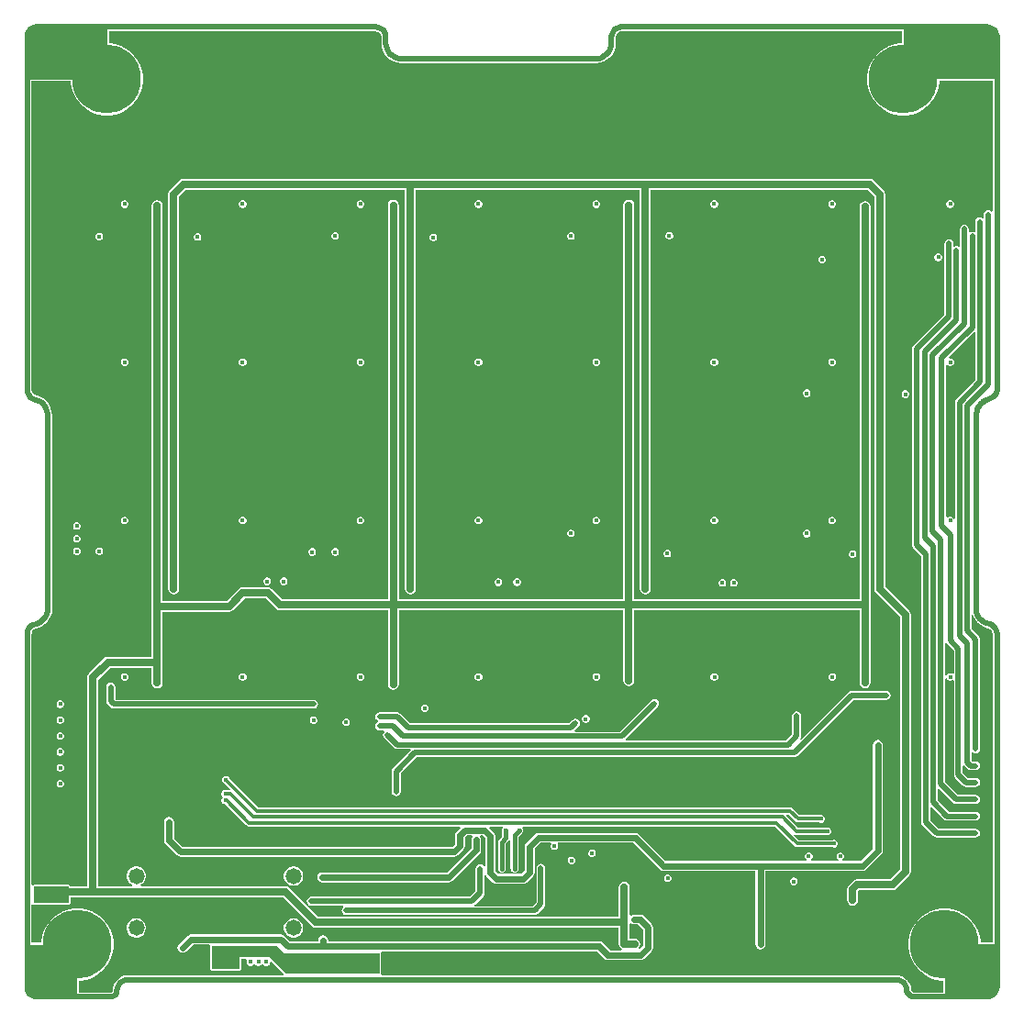
<source format=gbr>
G04*
G04 #@! TF.GenerationSoftware,Altium Limited,Altium Designer,24.1.2 (44)*
G04*
G04 Layer_Physical_Order=3*
G04 Layer_Color=16440176*
%FSLAX44Y44*%
%MOMM*%
G71*
G04*
G04 #@! TF.SameCoordinates,FF60899B-E9A6-4C8F-AFAD-FD19F3B54CA5*
G04*
G04*
G04 #@! TF.FilePolarity,Positive*
G04*
G01*
G75*
%ADD13C,0.6000*%
%ADD17C,0.5000*%
%ADD40C,0.3500*%
%ADD41C,0.4000*%
%ADD45R,7.2600X4.7000*%
%ADD46R,8.5500X4.7100*%
%ADD47R,4.4800X4.6800*%
%ADD48R,4.6800X4.7300*%
%ADD53C,1.4780*%
%ADD54C,6.3500*%
%ADD55C,1.5240*%
%ADD56C,0.4000*%
%ADD57C,0.3500*%
%ADD58C,0.7000*%
%ADD59R,3.2000X1.5539*%
G36*
X326287Y893015D02*
X328174Y891754D01*
X328277Y891600D01*
X328349Y891552D01*
X329229Y890234D01*
X329538Y888680D01*
X329522Y888596D01*
Y882498D01*
X329513D01*
X329860Y878970D01*
X330890Y875577D01*
X332561Y872451D01*
X334810Y869710D01*
X334807Y869706D01*
X337703Y867329D01*
X341008Y865563D01*
X344594Y864475D01*
X348323Y864108D01*
Y864122D01*
X527536D01*
Y864115D01*
X530988Y864455D01*
X534306Y865461D01*
X537365Y867096D01*
X539914Y869189D01*
X540045Y869296D01*
X540045Y869296D01*
X540817Y870071D01*
X540818Y870072D01*
X540818Y870072D01*
X542969Y872692D01*
X544567Y875682D01*
X545551Y878926D01*
X545883Y882300D01*
X545878D01*
Y888040D01*
X545849Y888186D01*
X546242Y890160D01*
X547361Y891834D01*
X547484Y891916D01*
X547557Y892025D01*
X549132Y893078D01*
X550990Y893447D01*
X551118Y893422D01*
X809576D01*
Y882450D01*
X808483D01*
X803314Y881631D01*
X798336Y880014D01*
X793673Y877638D01*
X789439Y874562D01*
X785738Y870861D01*
X782662Y866627D01*
X780286Y861964D01*
X778669Y856986D01*
X777850Y851817D01*
Y846583D01*
X778669Y841414D01*
X780286Y836436D01*
X782662Y831773D01*
X785738Y827539D01*
X789439Y823838D01*
X793673Y820762D01*
X798336Y818386D01*
X803314Y816769D01*
X808483Y815950D01*
X813717D01*
X818886Y816769D01*
X823864Y818386D01*
X828527Y820762D01*
X832761Y823838D01*
X836462Y827539D01*
X839538Y831773D01*
X841914Y836436D01*
X843531Y841414D01*
X844350Y846583D01*
Y847576D01*
X893522D01*
X893522Y727517D01*
X892453Y727143D01*
X892252Y727105D01*
X890961Y727968D01*
X889400Y728278D01*
X887839Y727968D01*
X886516Y727084D01*
X885632Y725761D01*
X885322Y724200D01*
Y721392D01*
X884052Y720740D01*
X883261Y721268D01*
X881700Y721578D01*
X880139Y721268D01*
X878816Y720384D01*
X877932Y719061D01*
X877622Y717500D01*
Y708886D01*
X876352Y708207D01*
X876261Y708268D01*
X874700Y708578D01*
X873139Y708268D01*
X872748Y708007D01*
X871478Y708686D01*
Y711100D01*
X871168Y712661D01*
X870284Y713984D01*
X868961Y714868D01*
X867400Y715178D01*
X865839Y714868D01*
X864516Y713984D01*
X863632Y712661D01*
X863322Y711100D01*
Y695452D01*
X862052Y694773D01*
X861761Y694968D01*
X860200Y695278D01*
X858639Y694968D01*
X858548Y694907D01*
X857278Y695586D01*
Y697600D01*
X856968Y699161D01*
X856084Y700484D01*
X854761Y701368D01*
X853200Y701678D01*
X851639Y701368D01*
X850316Y700484D01*
X849432Y699161D01*
X849122Y697600D01*
Y632089D01*
X820316Y603284D01*
X819432Y601961D01*
X819122Y600400D01*
X819122Y600400D01*
Y419700D01*
X819122Y419700D01*
X819432Y418139D01*
X820316Y416816D01*
X827722Y409411D01*
Y163600D01*
X827722Y163600D01*
X828032Y162039D01*
X828916Y160716D01*
X839008Y150624D01*
X839008Y150624D01*
X840331Y149740D01*
X841892Y149430D01*
X841892Y149430D01*
X878000D01*
X879561Y149740D01*
X880884Y150624D01*
X881768Y151947D01*
X882078Y153508D01*
X881768Y155069D01*
X880884Y156392D01*
X879561Y157276D01*
X878000Y157586D01*
X843581D01*
X835878Y165289D01*
Y177095D01*
X837052Y177581D01*
X848458Y166175D01*
X848458Y166174D01*
X849781Y165290D01*
X851342Y164980D01*
X851342Y164980D01*
X878000D01*
X879561Y165290D01*
X880884Y166174D01*
X881768Y167498D01*
X882078Y169058D01*
X881768Y170619D01*
X880884Y171942D01*
X879561Y172826D01*
X878000Y173137D01*
X853031D01*
X842578Y183589D01*
Y194458D01*
X843848Y194984D01*
X857108Y181725D01*
X857108Y181725D01*
X858431Y180840D01*
X859992Y180530D01*
X859992Y180530D01*
X878000D01*
X879561Y180841D01*
X880884Y181725D01*
X881768Y183048D01*
X882078Y184608D01*
X881768Y186169D01*
X880884Y187492D01*
X879561Y188376D01*
X878000Y188687D01*
X861681D01*
X849778Y200589D01*
Y296121D01*
X851048Y296373D01*
X851361Y295617D01*
X852346Y294633D01*
X853633Y294100D01*
X855025D01*
X856311Y294633D01*
X856452Y294773D01*
X857722Y294247D01*
Y207300D01*
X857722Y207300D01*
X858032Y205739D01*
X858916Y204416D01*
X866057Y197275D01*
X866057Y197275D01*
X867381Y196391D01*
X868941Y196080D01*
X878000D01*
X879561Y196391D01*
X880884Y197275D01*
X881768Y198598D01*
X882078Y200159D01*
X881768Y201719D01*
X880884Y203043D01*
X879561Y203927D01*
X878000Y204237D01*
X870631D01*
X865878Y208989D01*
Y215483D01*
X867010Y215879D01*
X867148Y215884D01*
X870207Y212825D01*
X870207Y212825D01*
X871530Y211941D01*
X873091Y211631D01*
X873091Y211631D01*
X878000D01*
X879561Y211941D01*
X880884Y212825D01*
X881768Y214148D01*
X882078Y215709D01*
X881768Y217270D01*
X880884Y218593D01*
X879561Y219477D01*
X878000Y219787D01*
X874780D01*
X874078Y220489D01*
Y227658D01*
X874504Y227952D01*
X875348Y228220D01*
X876439Y227491D01*
X878000Y227181D01*
X879561Y227491D01*
X880884Y228375D01*
X881768Y229698D01*
X882078Y231259D01*
Y332200D01*
X882078Y332200D01*
X881768Y333761D01*
X880884Y335084D01*
X873978Y341989D01*
Y354768D01*
X875248Y354957D01*
X875657Y353609D01*
X875691Y353545D01*
X875899Y353046D01*
X877282Y350459D01*
X879143Y348191D01*
X879192Y348146D01*
X879192Y348139D01*
X879837Y347545D01*
X879860Y347530D01*
X879861Y347529D01*
X880126Y347311D01*
X882432Y345419D01*
X885477Y343791D01*
X886495Y343434D01*
X886727Y343310D01*
X887664Y343025D01*
X888666Y342721D01*
X889839Y342305D01*
X890934Y341792D01*
X891701Y341279D01*
X891757Y341196D01*
X891888Y341108D01*
X893046Y339375D01*
X893453Y337332D01*
X893422Y337177D01*
Y52424D01*
X882450D01*
Y53417D01*
X881631Y58586D01*
X880014Y63564D01*
X877638Y68227D01*
X874562Y72461D01*
X870861Y76162D01*
X866627Y79238D01*
X861964Y81614D01*
X856986Y83231D01*
X851817Y84050D01*
X846583D01*
X841414Y83231D01*
X836436Y81614D01*
X831773Y79238D01*
X827539Y76162D01*
X823838Y72461D01*
X820762Y68227D01*
X818386Y63564D01*
X816769Y58586D01*
X815950Y53417D01*
Y48183D01*
X816769Y43014D01*
X818386Y38036D01*
X820762Y33373D01*
X823838Y29139D01*
X827539Y25438D01*
X831773Y22362D01*
X836436Y19986D01*
X841414Y18369D01*
X846583Y17550D01*
X847676D01*
Y6478D01*
X820255D01*
Y6496D01*
X819647Y6617D01*
X819131Y6962D01*
X818878Y7507D01*
X818619Y8253D01*
X818619Y8253D01*
X818145Y11853D01*
X816756Y15207D01*
X815295Y17110D01*
X814556Y18073D01*
X814546Y18087D01*
X814517Y18058D01*
X814453Y18101D01*
X812235Y19921D01*
X809617Y21320D01*
X806777Y22182D01*
X803877Y22468D01*
X803823Y22478D01*
X330151D01*
X329302Y23748D01*
X329324Y23800D01*
Y42700D01*
X329058Y43342D01*
X329744Y44612D01*
X528299D01*
X535256Y37656D01*
X536744Y36661D01*
X538500Y36312D01*
X568500D01*
X570256Y36661D01*
X571744Y37656D01*
X578744Y44656D01*
X579739Y46144D01*
X580088Y47900D01*
Y66700D01*
X579739Y68456D01*
X578744Y69944D01*
X571569Y77119D01*
X570081Y78114D01*
X568325Y78463D01*
X562800D01*
X561044Y78114D01*
X560068Y77462D01*
X558798Y78097D01*
Y93350D01*
X558763Y93527D01*
X558798Y93704D01*
Y103700D01*
X558410Y105651D01*
X557305Y107305D01*
X555651Y108410D01*
X553700Y108798D01*
X551749Y108410D01*
X550095Y107305D01*
X548990Y105651D01*
X548602Y103700D01*
Y93704D01*
X548637Y93527D01*
X548602Y93350D01*
Y76498D01*
X270912D01*
X244105Y103305D01*
X242451Y104410D01*
X240500Y104798D01*
X107881D01*
X107541Y106068D01*
X108959Y106886D01*
X110614Y108541D01*
X111784Y110569D01*
X112390Y112830D01*
Y115170D01*
X111784Y117431D01*
X110614Y119459D01*
X108959Y121114D01*
X106931Y122284D01*
X104670Y122890D01*
X102330D01*
X100069Y122284D01*
X98041Y121114D01*
X96386Y119459D01*
X95216Y117431D01*
X94610Y115170D01*
Y112830D01*
X95216Y110569D01*
X96386Y108541D01*
X98041Y106886D01*
X99459Y106068D01*
X99118Y104798D01*
X68098D01*
Y294988D01*
X79312Y306202D01*
X117602D01*
Y292100D01*
X117990Y290149D01*
X119095Y288495D01*
X120749Y287390D01*
X122700Y287002D01*
X124651Y287390D01*
X126305Y288495D01*
X127410Y290149D01*
X127798Y292100D01*
Y357902D01*
X188900D01*
X190851Y358290D01*
X192505Y359395D01*
X203412Y370302D01*
X222688D01*
X232395Y360595D01*
X234049Y359490D01*
X236000Y359102D01*
X335402D01*
Y291000D01*
X335790Y289049D01*
X336895Y287395D01*
X338549Y286290D01*
X340500Y285902D01*
X342451Y286290D01*
X344105Y287395D01*
X345210Y289049D01*
X345598Y291000D01*
Y359102D01*
X552802D01*
Y294400D01*
X553190Y292449D01*
X554295Y290795D01*
X555949Y289690D01*
X557900Y289302D01*
X559851Y289690D01*
X561505Y290795D01*
X562610Y292449D01*
X562998Y294400D01*
Y359102D01*
X770702D01*
Y292200D01*
X771090Y290249D01*
X772195Y288595D01*
X773849Y287490D01*
X775800Y287102D01*
X777751Y287490D01*
X779405Y288595D01*
X780510Y290249D01*
X780898Y292200D01*
Y364200D01*
Y437100D01*
Y583800D01*
Y731097D01*
X780998Y731600D01*
X780610Y733551D01*
X779505Y735205D01*
X777851Y736310D01*
X775900Y736698D01*
X773949Y736310D01*
X772295Y735205D01*
X772095Y735005D01*
X770990Y733351D01*
X770602Y731400D01*
X770702Y730897D01*
Y583800D01*
Y437100D01*
Y369298D01*
X562998D01*
Y437400D01*
Y586100D01*
Y733000D01*
X562610Y734951D01*
X561505Y736605D01*
X559851Y737710D01*
X557900Y738098D01*
X555949Y737710D01*
X554295Y736605D01*
X553190Y734951D01*
X552802Y733000D01*
Y586100D01*
Y437400D01*
Y369298D01*
X345598D01*
Y438300D01*
Y586300D01*
Y733000D01*
X345210Y734951D01*
X344105Y736605D01*
X342451Y737710D01*
X340500Y738098D01*
X338549Y737710D01*
X336895Y736605D01*
X335790Y734951D01*
X335402Y733000D01*
Y586300D01*
Y438300D01*
Y369298D01*
X238112D01*
X228405Y379005D01*
X226751Y380110D01*
X224800Y380498D01*
X201300D01*
X199349Y380110D01*
X197695Y379005D01*
X186788Y368098D01*
X127798D01*
Y437700D01*
Y585400D01*
Y732200D01*
X127410Y734151D01*
X126305Y735805D01*
X124651Y736910D01*
X122700Y737298D01*
X120749Y736910D01*
X119095Y735805D01*
X117990Y734151D01*
X117602Y732200D01*
Y585400D01*
Y437700D01*
Y363000D01*
Y316398D01*
X77200D01*
X75249Y316010D01*
X73595Y314905D01*
X59395Y300705D01*
X58290Y299051D01*
X57902Y297100D01*
Y104798D01*
X42417D01*
X42148Y105448D01*
X41000Y105924D01*
X9000D01*
X7852Y105448D01*
X6678Y105933D01*
X6678Y335514D01*
X6678Y336715D01*
X6678Y336717D01*
X6678Y336718D01*
X6678D01*
X6833Y337956D01*
X6897Y338446D01*
X7563Y340053D01*
X8447Y341205D01*
X8762Y341448D01*
X9802Y342099D01*
X11114Y342642D01*
X11965Y342754D01*
X11948Y342873D01*
X12950Y343073D01*
X13102Y343175D01*
X14313Y343542D01*
X15902Y344391D01*
X16279Y344592D01*
X16279Y344593D01*
X16295Y344601D01*
X16941Y344946D01*
X16993Y344989D01*
X17774Y345449D01*
X20532Y347713D01*
X22795Y350471D01*
X24477Y353617D01*
X25513Y357032D01*
X25862Y360582D01*
X25862D01*
X25822Y361646D01*
X25811Y361831D01*
X25778Y362389D01*
X25778Y536338D01*
X25803Y537599D01*
X25810Y537667D01*
X25696Y538823D01*
X25371Y542122D01*
X24072Y546405D01*
X22952Y548501D01*
X22701Y548970D01*
X22685Y549049D01*
X22359Y549609D01*
X22051Y550166D01*
X22050Y550167D01*
X21647Y550658D01*
X19872Y552821D01*
X17219Y554999D01*
X14191Y556617D01*
X12270Y557200D01*
X11898Y557380D01*
X11875Y557386D01*
X11873Y557386D01*
X11871Y557387D01*
X9515Y557999D01*
X8274Y558828D01*
X6995Y560743D01*
X6681Y562322D01*
X6681Y562322D01*
X6681D01*
X6678Y562324D01*
Y847576D01*
X42950D01*
Y846583D01*
X43769Y841414D01*
X45386Y836436D01*
X47762Y831773D01*
X50838Y827539D01*
X54539Y823838D01*
X58773Y820762D01*
X63436Y818386D01*
X68414Y816769D01*
X73583Y815950D01*
X78817D01*
X83986Y816769D01*
X88964Y818386D01*
X93627Y820762D01*
X97861Y823838D01*
X101562Y827539D01*
X104638Y831773D01*
X107014Y836436D01*
X108631Y841414D01*
X109450Y846583D01*
Y851817D01*
X108631Y856986D01*
X107014Y861964D01*
X104638Y866627D01*
X101562Y870861D01*
X97861Y874562D01*
X93627Y877638D01*
X88964Y880014D01*
X83986Y881631D01*
X78817Y882450D01*
X77924D01*
Y893422D01*
X323879D01*
X324061Y893458D01*
X326287Y893015D01*
D02*
G37*
G36*
X877622Y615458D02*
Y571389D01*
X860116Y553884D01*
X859232Y552561D01*
X858922Y551000D01*
X858922Y551000D01*
Y443576D01*
X857652Y443324D01*
X857296Y444183D01*
X856311Y445167D01*
X855025Y445700D01*
X853633D01*
X852346Y445167D01*
X851948Y444769D01*
X850678Y445295D01*
Y585004D01*
X851948Y585531D01*
X852346Y585133D01*
X853633Y584600D01*
X855025D01*
X856311Y585133D01*
X857296Y586117D01*
X857829Y587404D01*
Y588796D01*
X857296Y590083D01*
X856311Y591067D01*
X855025Y591600D01*
X853764D01*
X853490Y591937D01*
X853137Y592769D01*
X876352Y615984D01*
X877622Y615458D01*
D02*
G37*
G36*
X851516Y328416D02*
X857722Y322211D01*
Y300953D01*
X856452Y300427D01*
X856311Y300567D01*
X855025Y301100D01*
X853633D01*
X852346Y300567D01*
X851361Y299583D01*
X851048Y298826D01*
X849778Y299079D01*
Y328731D01*
X851048Y329116D01*
X851516Y328416D01*
D02*
G37*
G36*
X265195Y67795D02*
X266849Y66690D01*
X268800Y66302D01*
X548602D01*
Y51283D01*
X548990Y49332D01*
X550095Y47678D01*
X550378Y47395D01*
X551331Y46758D01*
X550946Y45488D01*
X540401D01*
X533444Y52444D01*
X531956Y53439D01*
X530200Y53788D01*
X280488D01*
Y54600D01*
X280139Y56356D01*
X279144Y57844D01*
X277656Y58839D01*
X275900Y59188D01*
X274144Y58839D01*
X272656Y57844D01*
X271661Y56356D01*
X271312Y54600D01*
Y53788D01*
X245000D01*
X239844Y58944D01*
X238356Y59939D01*
X236600Y60288D01*
X154000D01*
X152244Y59939D01*
X150756Y58944D01*
X142756Y50944D01*
X141761Y49456D01*
X141412Y47700D01*
X141761Y45944D01*
X142756Y44456D01*
X144244Y43461D01*
X146000Y43112D01*
X147756Y43461D01*
X149244Y44456D01*
X155900Y51112D01*
X170487D01*
X171335Y49842D01*
X171276Y49700D01*
Y28200D01*
X171752Y27052D01*
X172900Y26576D01*
X198600D01*
X199748Y27052D01*
X200224Y28200D01*
Y37276D01*
X204701D01*
X205428Y36006D01*
X205133Y35296D01*
Y33904D01*
X205666Y32617D01*
X206651Y31633D01*
X207937Y31100D01*
X209330D01*
X210616Y31633D01*
X211600Y32617D01*
X211613Y32647D01*
X212987D01*
X212999Y32617D01*
X213984Y31633D01*
X215271Y31100D01*
X216663D01*
X217949Y31633D01*
X218934Y32617D01*
X218946Y32647D01*
X220321D01*
X220333Y32617D01*
X221317Y31633D01*
X222604Y31100D01*
X223996D01*
X225283Y31633D01*
X226267Y32617D01*
X226800Y33904D01*
Y34508D01*
X228070Y35034D01*
X239356Y23748D01*
X238829Y22478D01*
X95791D01*
Y22522D01*
X92105Y22037D01*
X88671Y20614D01*
X85722Y18351D01*
X85753Y18321D01*
X85714Y18262D01*
X83912Y16066D01*
X82540Y13500D01*
X81695Y10715D01*
X81417Y7888D01*
X81403Y7819D01*
X81417Y7752D01*
X81126Y7050D01*
X81068Y7011D01*
X81005Y6916D01*
X80136Y6556D01*
X80023Y6578D01*
X50824D01*
Y17550D01*
X51717D01*
X56886Y18369D01*
X61864Y19986D01*
X66527Y22362D01*
X70761Y25438D01*
X74462Y29139D01*
X77538Y33373D01*
X79914Y38036D01*
X81531Y43014D01*
X82350Y48183D01*
Y53417D01*
X81531Y58586D01*
X79914Y63564D01*
X77538Y68227D01*
X74462Y72461D01*
X70761Y76162D01*
X66527Y79238D01*
X61864Y81614D01*
X56886Y83231D01*
X51717Y84050D01*
X46483D01*
X41314Y83231D01*
X36336Y81614D01*
X31673Y79238D01*
X27439Y76162D01*
X23738Y72461D01*
X20662Y68227D01*
X18286Y63564D01*
X16669Y58586D01*
X15850Y53417D01*
Y52424D01*
X6678D01*
Y87128D01*
X7852Y87613D01*
X9000Y87137D01*
X41000D01*
X42148Y87613D01*
X42624Y88761D01*
Y94602D01*
X238389D01*
X265195Y67795D01*
D02*
G37*
G36*
X561044Y69636D02*
X562800Y69287D01*
X566425D01*
X570912Y64799D01*
Y49801D01*
X567981Y46870D01*
X566995Y47679D01*
X567910Y49049D01*
X568298Y51000D01*
X567910Y52951D01*
X566805Y54605D01*
X565151Y55710D01*
X563200Y56098D01*
X558798D01*
Y69653D01*
X560068Y70288D01*
X561044Y69636D01*
D02*
G37*
G36*
X240200Y42700D02*
X327700Y42700D01*
Y23800D01*
X241600Y23800D01*
X226500Y38900D01*
X198600D01*
Y28200D01*
X172900D01*
Y49700D01*
X233200D01*
X240200Y42700D01*
D02*
G37*
%LPC*%
G36*
X855025Y737400D02*
X853633D01*
X852346Y736867D01*
X851361Y735882D01*
X850829Y734596D01*
Y733204D01*
X851361Y731917D01*
X852346Y730933D01*
X853633Y730400D01*
X855025D01*
X856311Y730933D01*
X857296Y731917D01*
X857829Y733204D01*
Y734596D01*
X857296Y735882D01*
X856311Y736867D01*
X855025Y737400D01*
D02*
G37*
G36*
X746196D02*
X744804D01*
X743517Y736867D01*
X742533Y735882D01*
X742000Y734596D01*
Y733204D01*
X742533Y731917D01*
X743517Y730933D01*
X744804Y730400D01*
X746196D01*
X747483Y730933D01*
X748467Y731917D01*
X749000Y733204D01*
Y734596D01*
X748467Y735882D01*
X747483Y736867D01*
X746196Y737400D01*
D02*
G37*
G36*
X637396D02*
X636004D01*
X634717Y736867D01*
X633733Y735882D01*
X633200Y734596D01*
Y733204D01*
X633733Y731917D01*
X634717Y730933D01*
X636004Y730400D01*
X637396D01*
X638683Y730933D01*
X639667Y731917D01*
X640200Y733204D01*
Y734596D01*
X639667Y735882D01*
X638683Y736867D01*
X637396Y737400D01*
D02*
G37*
G36*
X528596D02*
X527204D01*
X525918Y736867D01*
X524933Y735882D01*
X524400Y734596D01*
Y733204D01*
X524933Y731917D01*
X525918Y730933D01*
X527204Y730400D01*
X528596D01*
X529883Y730933D01*
X530867Y731917D01*
X531400Y733204D01*
Y734596D01*
X530867Y735882D01*
X529883Y736867D01*
X528596Y737400D01*
D02*
G37*
G36*
X419796D02*
X418404D01*
X417118Y736867D01*
X416133Y735882D01*
X415600Y734596D01*
Y733204D01*
X416133Y731917D01*
X417118Y730933D01*
X418404Y730400D01*
X419796D01*
X421083Y730933D01*
X422067Y731917D01*
X422600Y733204D01*
Y734596D01*
X422067Y735882D01*
X421083Y736867D01*
X419796Y737400D01*
D02*
G37*
G36*
X310996D02*
X309604D01*
X308318Y736867D01*
X307333Y735882D01*
X306800Y734596D01*
Y733204D01*
X307333Y731917D01*
X308318Y730933D01*
X309604Y730400D01*
X310996D01*
X312283Y730933D01*
X313267Y731917D01*
X313800Y733204D01*
Y734596D01*
X313267Y735882D01*
X312283Y736867D01*
X310996Y737400D01*
D02*
G37*
G36*
X202196D02*
X200804D01*
X199517Y736867D01*
X198533Y735882D01*
X198000Y734596D01*
Y733204D01*
X198533Y731917D01*
X199517Y730933D01*
X200804Y730400D01*
X202196D01*
X203483Y730933D01*
X204467Y731917D01*
X205000Y733204D01*
Y734596D01*
X204467Y735882D01*
X203483Y736867D01*
X202196Y737400D01*
D02*
G37*
G36*
X93425D02*
X92033D01*
X90746Y736867D01*
X89762Y735882D01*
X89229Y734596D01*
Y733204D01*
X89762Y731917D01*
X90746Y730933D01*
X92033Y730400D01*
X93425D01*
X94711Y730933D01*
X95696Y731917D01*
X96229Y733204D01*
Y734596D01*
X95696Y735882D01*
X94711Y736867D01*
X93425Y737400D01*
D02*
G37*
G36*
X595858Y708291D02*
X594465D01*
X593179Y707758D01*
X592194Y706774D01*
X591661Y705488D01*
Y704095D01*
X592194Y702809D01*
X593179Y701824D01*
X594465Y701291D01*
X595858D01*
X597144Y701824D01*
X598129Y702809D01*
X598661Y704095D01*
Y705488D01*
X598129Y706774D01*
X597144Y707758D01*
X595858Y708291D01*
D02*
G37*
G36*
X287537Y708091D02*
X286145D01*
X284858Y707558D01*
X283874Y706573D01*
X283341Y705287D01*
Y703895D01*
X283874Y702608D01*
X284858Y701624D01*
X286145Y701091D01*
X287537D01*
X288824Y701624D01*
X289808Y702608D01*
X290341Y703895D01*
Y705287D01*
X289808Y706573D01*
X288824Y707558D01*
X287537Y708091D01*
D02*
G37*
G36*
X505076Y707983D02*
X503683D01*
X502397Y707450D01*
X501412Y706466D01*
X500880Y705180D01*
Y703787D01*
X501412Y702501D01*
X502397Y701516D01*
X503683Y700983D01*
X505076D01*
X506362Y701516D01*
X507347Y702501D01*
X507880Y703787D01*
Y705180D01*
X507347Y706466D01*
X506362Y707450D01*
X505076Y707983D01*
D02*
G37*
G36*
X69896Y707500D02*
X68504D01*
X67217Y706967D01*
X66233Y705983D01*
X65700Y704696D01*
Y703304D01*
X66233Y702017D01*
X67217Y701033D01*
X68504Y700500D01*
X69896D01*
X71183Y701033D01*
X72167Y702017D01*
X72700Y703304D01*
Y704696D01*
X72167Y705983D01*
X71183Y706967D01*
X69896Y707500D01*
D02*
G37*
G36*
X160596Y707100D02*
X159204D01*
X157917Y706567D01*
X156933Y705583D01*
X156400Y704296D01*
Y702904D01*
X156933Y701617D01*
X157917Y700633D01*
X159204Y700100D01*
X160596D01*
X161883Y700633D01*
X162867Y701617D01*
X163400Y702904D01*
Y704296D01*
X162867Y705583D01*
X161883Y706567D01*
X160596Y707100D01*
D02*
G37*
G36*
X378196Y706700D02*
X376804D01*
X375517Y706167D01*
X374533Y705183D01*
X374000Y703896D01*
Y702504D01*
X374533Y701217D01*
X375517Y700233D01*
X376804Y699700D01*
X378196D01*
X379483Y700233D01*
X380467Y701217D01*
X381000Y702504D01*
Y703896D01*
X380467Y705183D01*
X379483Y706167D01*
X378196Y706700D01*
D02*
G37*
G36*
X844096Y688300D02*
X842704D01*
X841417Y687767D01*
X840433Y686783D01*
X839900Y685496D01*
Y684104D01*
X840433Y682817D01*
X841417Y681833D01*
X842704Y681300D01*
X844096D01*
X845383Y681833D01*
X846367Y682817D01*
X846900Y684104D01*
Y685496D01*
X846367Y686783D01*
X845383Y687767D01*
X844096Y688300D01*
D02*
G37*
G36*
X736896Y686200D02*
X735504D01*
X734217Y685667D01*
X733233Y684683D01*
X732700Y683396D01*
Y682004D01*
X733233Y680717D01*
X734217Y679733D01*
X735504Y679200D01*
X736896D01*
X738183Y679733D01*
X739167Y680717D01*
X739700Y682004D01*
Y683396D01*
X739167Y684683D01*
X738183Y685667D01*
X736896Y686200D01*
D02*
G37*
G36*
X746196Y591600D02*
X744804D01*
X743517Y591067D01*
X742533Y590083D01*
X742000Y588796D01*
Y587404D01*
X742533Y586117D01*
X743517Y585133D01*
X744804Y584600D01*
X746196D01*
X747483Y585133D01*
X748467Y586117D01*
X749000Y587404D01*
Y588796D01*
X748467Y590083D01*
X747483Y591067D01*
X746196Y591600D01*
D02*
G37*
G36*
X637396D02*
X636004D01*
X634717Y591067D01*
X633733Y590083D01*
X633200Y588796D01*
Y587404D01*
X633733Y586117D01*
X634717Y585133D01*
X636004Y584600D01*
X637396D01*
X638683Y585133D01*
X639667Y586117D01*
X640200Y587404D01*
Y588796D01*
X639667Y590083D01*
X638683Y591067D01*
X637396Y591600D01*
D02*
G37*
G36*
X528596D02*
X527204D01*
X525918Y591067D01*
X524933Y590083D01*
X524400Y588796D01*
Y587404D01*
X524933Y586117D01*
X525918Y585133D01*
X527204Y584600D01*
X528596D01*
X529883Y585133D01*
X530867Y586117D01*
X531400Y587404D01*
Y588796D01*
X530867Y590083D01*
X529883Y591067D01*
X528596Y591600D01*
D02*
G37*
G36*
X419796D02*
X418404D01*
X417118Y591067D01*
X416133Y590083D01*
X415600Y588796D01*
Y587404D01*
X416133Y586117D01*
X417118Y585133D01*
X418404Y584600D01*
X419796D01*
X421083Y585133D01*
X422067Y586117D01*
X422600Y587404D01*
Y588796D01*
X422067Y590083D01*
X421083Y591067D01*
X419796Y591600D01*
D02*
G37*
G36*
X310996D02*
X309604D01*
X308318Y591067D01*
X307333Y590083D01*
X306800Y588796D01*
Y587404D01*
X307333Y586117D01*
X308318Y585133D01*
X309604Y584600D01*
X310996D01*
X312283Y585133D01*
X313267Y586117D01*
X313800Y587404D01*
Y588796D01*
X313267Y590083D01*
X312283Y591067D01*
X310996Y591600D01*
D02*
G37*
G36*
X202196D02*
X200804D01*
X199517Y591067D01*
X198533Y590083D01*
X198000Y588796D01*
Y587404D01*
X198533Y586117D01*
X199517Y585133D01*
X200804Y584600D01*
X202196D01*
X203483Y585133D01*
X204467Y586117D01*
X205000Y587404D01*
Y588796D01*
X204467Y590083D01*
X203483Y591067D01*
X202196Y591600D01*
D02*
G37*
G36*
X93425D02*
X92033D01*
X90746Y591067D01*
X89762Y590083D01*
X89229Y588796D01*
Y587404D01*
X89762Y586117D01*
X90746Y585133D01*
X92033Y584600D01*
X93425D01*
X94711Y585133D01*
X95696Y586117D01*
X96229Y587404D01*
Y588796D01*
X95696Y590083D01*
X94711Y591067D01*
X93425Y591600D01*
D02*
G37*
G36*
X722696Y562900D02*
X721304D01*
X720017Y562367D01*
X719033Y561383D01*
X718500Y560096D01*
Y558704D01*
X719033Y557417D01*
X720017Y556433D01*
X721304Y555900D01*
X722696D01*
X723983Y556433D01*
X724967Y557417D01*
X725500Y558704D01*
Y560096D01*
X724967Y561383D01*
X723983Y562367D01*
X722696Y562900D01*
D02*
G37*
G36*
X813696Y562100D02*
X812304D01*
X811017Y561567D01*
X810033Y560583D01*
X809500Y559296D01*
Y557904D01*
X810033Y556617D01*
X811017Y555633D01*
X812304Y555100D01*
X813696D01*
X814983Y555633D01*
X815967Y556617D01*
X816500Y557904D01*
Y559296D01*
X815967Y560583D01*
X814983Y561567D01*
X813696Y562100D01*
D02*
G37*
G36*
X746196Y445700D02*
X744804D01*
X743517Y445167D01*
X742533Y444183D01*
X742000Y442896D01*
Y441504D01*
X742533Y440217D01*
X743517Y439233D01*
X744804Y438700D01*
X746196D01*
X747483Y439233D01*
X748467Y440217D01*
X749000Y441504D01*
Y442896D01*
X748467Y444183D01*
X747483Y445167D01*
X746196Y445700D01*
D02*
G37*
G36*
X637396D02*
X636004D01*
X634717Y445167D01*
X633733Y444183D01*
X633200Y442896D01*
Y441504D01*
X633733Y440217D01*
X634717Y439233D01*
X636004Y438700D01*
X637396D01*
X638683Y439233D01*
X639667Y440217D01*
X640200Y441504D01*
Y442896D01*
X639667Y444183D01*
X638683Y445167D01*
X637396Y445700D01*
D02*
G37*
G36*
X528596D02*
X527204D01*
X525918Y445167D01*
X524933Y444183D01*
X524400Y442896D01*
Y441504D01*
X524933Y440217D01*
X525918Y439233D01*
X527204Y438700D01*
X528596D01*
X529883Y439233D01*
X530867Y440217D01*
X531400Y441504D01*
Y442896D01*
X530867Y444183D01*
X529883Y445167D01*
X528596Y445700D01*
D02*
G37*
G36*
X419796D02*
X418404D01*
X417118Y445167D01*
X416133Y444183D01*
X415600Y442896D01*
Y441504D01*
X416133Y440217D01*
X417118Y439233D01*
X418404Y438700D01*
X419796D01*
X421083Y439233D01*
X422067Y440217D01*
X422600Y441504D01*
Y442896D01*
X422067Y444183D01*
X421083Y445167D01*
X419796Y445700D01*
D02*
G37*
G36*
X310996D02*
X309604D01*
X308318Y445167D01*
X307333Y444183D01*
X306800Y442896D01*
Y441504D01*
X307333Y440217D01*
X308318Y439233D01*
X309604Y438700D01*
X310996D01*
X312283Y439233D01*
X313267Y440217D01*
X313800Y441504D01*
Y442896D01*
X313267Y444183D01*
X312283Y445167D01*
X310996Y445700D01*
D02*
G37*
G36*
X202196D02*
X200804D01*
X199517Y445167D01*
X198533Y444183D01*
X198000Y442896D01*
Y441504D01*
X198533Y440217D01*
X199517Y439233D01*
X200804Y438700D01*
X202196D01*
X203483Y439233D01*
X204467Y440217D01*
X205000Y441504D01*
Y442896D01*
X204467Y444183D01*
X203483Y445167D01*
X202196Y445700D01*
D02*
G37*
G36*
X93425D02*
X92033D01*
X90746Y445167D01*
X89762Y444183D01*
X89229Y442896D01*
Y441504D01*
X89762Y440217D01*
X90746Y439233D01*
X92033Y438700D01*
X93425D01*
X94711Y439233D01*
X95696Y440217D01*
X96229Y441504D01*
Y442896D01*
X95696Y444183D01*
X94711Y445167D01*
X93425Y445700D01*
D02*
G37*
G36*
X49264Y440480D02*
X47872D01*
X46585Y439947D01*
X45601Y438963D01*
X45068Y437676D01*
Y436284D01*
X45601Y434997D01*
X46585Y434013D01*
X47872Y433480D01*
X49264D01*
X50550Y434013D01*
X51535Y434997D01*
X52068Y436284D01*
Y437676D01*
X51535Y438963D01*
X50550Y439947D01*
X49264Y440480D01*
D02*
G37*
G36*
X504964Y433800D02*
X503572D01*
X502285Y433267D01*
X501301Y432283D01*
X500768Y430996D01*
Y429604D01*
X501301Y428317D01*
X502285Y427333D01*
X503572Y426800D01*
X504964D01*
X506250Y427333D01*
X507235Y428317D01*
X507768Y429604D01*
Y430996D01*
X507235Y432283D01*
X506250Y433267D01*
X504964Y433800D01*
D02*
G37*
G36*
X722737Y433500D02*
X721344D01*
X720058Y432967D01*
X719073Y431983D01*
X718540Y430696D01*
Y429304D01*
X719073Y428017D01*
X720058Y427033D01*
X721344Y426500D01*
X722737D01*
X724023Y427033D01*
X725007Y428017D01*
X725540Y429304D01*
Y430696D01*
X725007Y431983D01*
X724023Y432967D01*
X722737Y433500D01*
D02*
G37*
G36*
X49264Y428700D02*
X47872D01*
X46585Y428167D01*
X45601Y427183D01*
X45068Y425896D01*
Y424504D01*
X45601Y423217D01*
X46585Y422233D01*
X47872Y421700D01*
X49264D01*
X50550Y422233D01*
X51535Y423217D01*
X52068Y424504D01*
Y425896D01*
X51535Y427183D01*
X50550Y428167D01*
X49264Y428700D01*
D02*
G37*
G36*
X70005Y417153D02*
X68613D01*
X67327Y416620D01*
X66342Y415636D01*
X65809Y414350D01*
Y412957D01*
X66342Y411671D01*
X67327Y410686D01*
X68613Y410153D01*
X70005D01*
X71292Y410686D01*
X72276Y411671D01*
X72809Y412957D01*
Y414350D01*
X72276Y415636D01*
X71292Y416620D01*
X70005Y417153D01*
D02*
G37*
G36*
X49264D02*
X47872D01*
X46585Y416620D01*
X45601Y415636D01*
X45068Y414350D01*
Y412957D01*
X45601Y411671D01*
X46585Y410686D01*
X47872Y410153D01*
X49264D01*
X50550Y410686D01*
X51535Y411671D01*
X52068Y412957D01*
Y414350D01*
X51535Y415636D01*
X50550Y416620D01*
X49264Y417153D01*
D02*
G37*
G36*
X287605Y416407D02*
X286212D01*
X284926Y415874D01*
X283941Y414890D01*
X283409Y413604D01*
Y412211D01*
X283941Y410925D01*
X284926Y409940D01*
X286212Y409407D01*
X287605D01*
X288891Y409940D01*
X289876Y410925D01*
X290409Y412211D01*
Y413604D01*
X289876Y414890D01*
X288891Y415874D01*
X287605Y416407D01*
D02*
G37*
G36*
X266296D02*
X264904D01*
X263617Y415874D01*
X262633Y414890D01*
X262100Y413604D01*
Y412211D01*
X262633Y410925D01*
X263617Y409940D01*
X264904Y409407D01*
X266296D01*
X267583Y409940D01*
X268567Y410925D01*
X269100Y412211D01*
Y413604D01*
X268567Y414890D01*
X267583Y415874D01*
X266296Y416407D01*
D02*
G37*
G36*
X594064Y415000D02*
X592672D01*
X591385Y414467D01*
X590401Y413483D01*
X589868Y412196D01*
Y410804D01*
X590401Y409517D01*
X591385Y408533D01*
X592672Y408000D01*
X594064D01*
X595350Y408533D01*
X596335Y409517D01*
X596868Y410804D01*
Y412196D01*
X596335Y413483D01*
X595350Y414467D01*
X594064Y415000D01*
D02*
G37*
G36*
X765064Y414500D02*
X763671D01*
X762385Y413967D01*
X761401Y412983D01*
X760868Y411696D01*
Y410304D01*
X761401Y409017D01*
X762385Y408033D01*
X763671Y407500D01*
X765064D01*
X766350Y408033D01*
X767335Y409017D01*
X767868Y410304D01*
Y411696D01*
X767335Y412983D01*
X766350Y413967D01*
X765064Y414500D01*
D02*
G37*
G36*
X240096Y389300D02*
X238704D01*
X237417Y388767D01*
X236433Y387783D01*
X235900Y386496D01*
Y385104D01*
X236433Y383817D01*
X237417Y382833D01*
X238704Y382300D01*
X240096D01*
X241383Y382833D01*
X242367Y383817D01*
X242900Y385104D01*
Y386496D01*
X242367Y387783D01*
X241383Y388767D01*
X240096Y389300D01*
D02*
G37*
G36*
X224696D02*
X223304D01*
X222017Y388767D01*
X221033Y387783D01*
X220500Y386496D01*
Y385104D01*
X221033Y383817D01*
X222017Y382833D01*
X223304Y382300D01*
X224696D01*
X225983Y382833D01*
X226967Y383817D01*
X227500Y385104D01*
Y386496D01*
X226967Y387783D01*
X225983Y388767D01*
X224696Y389300D01*
D02*
G37*
G36*
X455396Y388626D02*
X454004D01*
X452717Y388093D01*
X451733Y387108D01*
X451200Y385822D01*
Y384429D01*
X451733Y383143D01*
X452717Y382158D01*
X454004Y381626D01*
X455396D01*
X456683Y382158D01*
X457667Y383143D01*
X458200Y384429D01*
Y385822D01*
X457667Y387108D01*
X456683Y388093D01*
X455396Y388626D01*
D02*
G37*
G36*
X438096D02*
X436704D01*
X435417Y388093D01*
X434433Y387108D01*
X433900Y385822D01*
Y384429D01*
X434433Y383143D01*
X435417Y382158D01*
X436704Y381626D01*
X438096D01*
X439383Y382158D01*
X440367Y383143D01*
X440900Y384429D01*
Y385822D01*
X440367Y387108D01*
X439383Y388093D01*
X438096Y388626D01*
D02*
G37*
G36*
X655396Y388000D02*
X654004D01*
X652717Y387467D01*
X651733Y386483D01*
X651200Y385196D01*
Y383804D01*
X651733Y382517D01*
X652717Y381533D01*
X654004Y381000D01*
X655396D01*
X656683Y381533D01*
X657667Y382517D01*
X658200Y383804D01*
Y385196D01*
X657667Y386483D01*
X656683Y387467D01*
X655396Y388000D01*
D02*
G37*
G36*
X644796D02*
X643404D01*
X642117Y387467D01*
X641133Y386483D01*
X640600Y385196D01*
Y383804D01*
X641133Y382517D01*
X642117Y381533D01*
X643404Y381000D01*
X644796D01*
X646083Y381533D01*
X647067Y382517D01*
X647600Y383804D01*
Y385196D01*
X647067Y386483D01*
X646083Y387467D01*
X644796Y388000D01*
D02*
G37*
G36*
X746225Y301100D02*
X744833D01*
X743546Y300567D01*
X742562Y299583D01*
X742029Y298296D01*
Y296904D01*
X742562Y295617D01*
X743546Y294633D01*
X744833Y294100D01*
X746225D01*
X747511Y294633D01*
X748496Y295617D01*
X749029Y296904D01*
Y298296D01*
X748496Y299583D01*
X747511Y300567D01*
X746225Y301100D01*
D02*
G37*
G36*
X637425D02*
X636032D01*
X634746Y300567D01*
X633762Y299583D01*
X633229Y298296D01*
Y296904D01*
X633762Y295617D01*
X634746Y294633D01*
X636032Y294100D01*
X637425D01*
X638711Y294633D01*
X639696Y295617D01*
X640229Y296904D01*
Y298296D01*
X639696Y299583D01*
X638711Y300567D01*
X637425Y301100D01*
D02*
G37*
G36*
X528625D02*
X527233D01*
X525946Y300567D01*
X524962Y299583D01*
X524429Y298296D01*
Y296904D01*
X524962Y295617D01*
X525946Y294633D01*
X527233Y294100D01*
X528625D01*
X529911Y294633D01*
X530896Y295617D01*
X531429Y296904D01*
Y298296D01*
X530896Y299583D01*
X529911Y300567D01*
X528625Y301100D01*
D02*
G37*
G36*
X419825D02*
X418433D01*
X417146Y300567D01*
X416162Y299583D01*
X415629Y298296D01*
Y296904D01*
X416162Y295617D01*
X417146Y294633D01*
X418433Y294100D01*
X419825D01*
X421111Y294633D01*
X422096Y295617D01*
X422629Y296904D01*
Y298296D01*
X422096Y299583D01*
X421111Y300567D01*
X419825Y301100D01*
D02*
G37*
G36*
X311025D02*
X309633D01*
X308346Y300567D01*
X307362Y299583D01*
X306829Y298296D01*
Y296904D01*
X307362Y295617D01*
X308346Y294633D01*
X309633Y294100D01*
X311025D01*
X312311Y294633D01*
X313296Y295617D01*
X313829Y296904D01*
Y298296D01*
X313296Y299583D01*
X312311Y300567D01*
X311025Y301100D01*
D02*
G37*
G36*
X202225D02*
X200833D01*
X199546Y300567D01*
X198562Y299583D01*
X198029Y298296D01*
Y296904D01*
X198562Y295617D01*
X199546Y294633D01*
X200833Y294100D01*
X202225D01*
X203511Y294633D01*
X204496Y295617D01*
X205029Y296904D01*
Y298296D01*
X204496Y299583D01*
X203511Y300567D01*
X202225Y301100D01*
D02*
G37*
G36*
X93425D02*
X92033D01*
X90746Y300567D01*
X89762Y299583D01*
X89229Y298296D01*
Y296904D01*
X89762Y295617D01*
X90746Y294633D01*
X92033Y294100D01*
X93425D01*
X94711Y294633D01*
X95696Y295617D01*
X96229Y296904D01*
Y298296D01*
X95696Y299583D01*
X94711Y300567D01*
X93425Y301100D01*
D02*
G37*
G36*
X33864Y276008D02*
X32471D01*
X31185Y275475D01*
X30201Y274491D01*
X29668Y273204D01*
Y271812D01*
X30201Y270525D01*
X31185Y269541D01*
X32471Y269008D01*
X33864D01*
X35150Y269541D01*
X36135Y270525D01*
X36668Y271812D01*
Y273204D01*
X36135Y274491D01*
X35150Y275475D01*
X33864Y276008D01*
D02*
G37*
G36*
X79800Y292378D02*
X78239Y292068D01*
X76916Y291184D01*
X76032Y289861D01*
X75722Y288300D01*
Y275429D01*
X75722Y275429D01*
X76032Y273868D01*
X76916Y272545D01*
X79845Y269616D01*
X79845Y269616D01*
X81168Y268732D01*
X82729Y268422D01*
X267100D01*
X268661Y268732D01*
X269984Y269616D01*
X270868Y270939D01*
X271178Y272500D01*
X270868Y274061D01*
X269984Y275384D01*
X268661Y276268D01*
X267100Y276578D01*
X84418D01*
X83878Y277118D01*
Y288300D01*
X83568Y289861D01*
X82684Y291184D01*
X81361Y292068D01*
X79800Y292378D01*
D02*
G37*
G36*
X370296Y272200D02*
X368904D01*
X367617Y271667D01*
X366633Y270683D01*
X366100Y269396D01*
Y268004D01*
X366633Y266717D01*
X367617Y265733D01*
X368904Y265200D01*
X370296D01*
X371583Y265733D01*
X372567Y266717D01*
X373100Y268004D01*
Y269396D01*
X372567Y270683D01*
X371583Y271667D01*
X370296Y272200D01*
D02*
G37*
G36*
X518796Y262300D02*
X517404D01*
X516117Y261767D01*
X515133Y260783D01*
X514600Y259496D01*
Y258104D01*
X515133Y256817D01*
X516117Y255833D01*
X517404Y255300D01*
X518796D01*
X520083Y255833D01*
X521067Y256817D01*
X521600Y258104D01*
Y259496D01*
X521067Y260783D01*
X520083Y261767D01*
X518796Y262300D01*
D02*
G37*
G36*
X33864Y261334D02*
X32471D01*
X31185Y260801D01*
X30201Y259817D01*
X29668Y258530D01*
Y257138D01*
X30201Y255852D01*
X31185Y254867D01*
X32471Y254334D01*
X33864D01*
X35150Y254867D01*
X36135Y255852D01*
X36668Y257138D01*
Y258530D01*
X36135Y259817D01*
X35150Y260801D01*
X33864Y261334D01*
D02*
G37*
G36*
X267596Y261200D02*
X266204D01*
X264917Y260667D01*
X263933Y259683D01*
X263400Y258396D01*
Y257004D01*
X263933Y255717D01*
X264917Y254733D01*
X266204Y254200D01*
X267596D01*
X268883Y254733D01*
X269867Y255717D01*
X270400Y257004D01*
Y258396D01*
X269867Y259683D01*
X268883Y260667D01*
X267596Y261200D01*
D02*
G37*
G36*
X297664Y259400D02*
X296271D01*
X294985Y258867D01*
X294000Y257883D01*
X293468Y256596D01*
Y255204D01*
X294000Y253917D01*
X294985Y252933D01*
X296271Y252400D01*
X297664D01*
X298950Y252933D01*
X299935Y253917D01*
X300468Y255204D01*
Y256596D01*
X299935Y257883D01*
X298950Y258867D01*
X297664Y259400D01*
D02*
G37*
G36*
X795400Y284678D02*
X763300D01*
X761739Y284368D01*
X760416Y283484D01*
X760416Y283484D01*
X716936Y240004D01*
X715950Y240814D01*
X716368Y241439D01*
X716678Y243000D01*
X716678Y243000D01*
Y261900D01*
X716368Y263461D01*
X715484Y264784D01*
X714161Y265668D01*
X712600Y265978D01*
X711039Y265668D01*
X709716Y264784D01*
X708832Y263461D01*
X708522Y261900D01*
Y244689D01*
X703011Y239178D01*
X555142D01*
X554616Y240448D01*
X584484Y270316D01*
X585368Y271639D01*
X585678Y273200D01*
X585368Y274761D01*
X584484Y276084D01*
X583161Y276968D01*
X581600Y277278D01*
X580039Y276968D01*
X578716Y276084D01*
X549611Y246978D01*
X508151D01*
X507625Y248248D01*
X511572Y252195D01*
X512456Y253519D01*
X512767Y255079D01*
X512456Y256640D01*
X511572Y257963D01*
X510249Y258847D01*
X508688Y259158D01*
X507128Y258847D01*
X505805Y257963D01*
X502520Y254678D01*
X356189D01*
X346984Y263884D01*
X345661Y264768D01*
X344100Y265078D01*
X344100Y265078D01*
X328000D01*
X326439Y264768D01*
X325116Y263884D01*
X324232Y262561D01*
X323922Y261000D01*
X324232Y259439D01*
X325116Y258116D01*
X326180Y257406D01*
X326287Y256894D01*
Y256506D01*
X326180Y255994D01*
X325116Y255284D01*
X324232Y253961D01*
X323922Y252400D01*
X324232Y250839D01*
X325116Y249516D01*
X326439Y248632D01*
X328000Y248322D01*
X331832D01*
X332218Y247052D01*
X332116Y246984D01*
X331232Y245661D01*
X330922Y244100D01*
X331232Y242539D01*
X332116Y241216D01*
X341116Y232216D01*
X341116Y232216D01*
X342439Y231332D01*
X344000Y231022D01*
X356158D01*
X356684Y229752D01*
X340384Y213451D01*
X339500Y212128D01*
X339189Y210568D01*
X339189Y210567D01*
Y191600D01*
X339500Y190039D01*
X340384Y188716D01*
X341707Y187832D01*
X343268Y187522D01*
X344828Y187832D01*
X346152Y188716D01*
X347036Y190039D01*
X347346Y191600D01*
Y208878D01*
X362189Y223722D01*
X710500D01*
X710500Y223722D01*
X712061Y224032D01*
X713384Y224916D01*
X764989Y276522D01*
X795400D01*
X796961Y276832D01*
X798284Y277716D01*
X799168Y279039D01*
X799478Y280600D01*
X799168Y282161D01*
X798284Y283484D01*
X796961Y284368D01*
X795400Y284678D01*
D02*
G37*
G36*
X33864Y246660D02*
X32471D01*
X31185Y246128D01*
X30201Y245143D01*
X29668Y243857D01*
Y242464D01*
X30201Y241178D01*
X31185Y240193D01*
X32471Y239660D01*
X33864D01*
X35150Y240193D01*
X36135Y241178D01*
X36668Y242464D01*
Y243857D01*
X36135Y245143D01*
X35150Y246128D01*
X33864Y246660D01*
D02*
G37*
G36*
Y231987D02*
X32471D01*
X31185Y231454D01*
X30201Y230469D01*
X29668Y229183D01*
Y227791D01*
X30201Y226504D01*
X31185Y225520D01*
X32471Y224987D01*
X33864D01*
X35150Y225520D01*
X36135Y226504D01*
X36668Y227791D01*
Y229183D01*
X36135Y230469D01*
X35150Y231454D01*
X33864Y231987D01*
D02*
G37*
G36*
Y217313D02*
X32471D01*
X31185Y216780D01*
X30201Y215796D01*
X29668Y214509D01*
Y213117D01*
X30201Y211831D01*
X31185Y210846D01*
X32471Y210313D01*
X33864D01*
X35150Y210846D01*
X36135Y211831D01*
X36668Y213117D01*
Y214509D01*
X36135Y215796D01*
X35150Y216780D01*
X33864Y217313D01*
D02*
G37*
G36*
Y202639D02*
X32471D01*
X31185Y202107D01*
X30201Y201122D01*
X29668Y199836D01*
Y198443D01*
X30201Y197157D01*
X31185Y196172D01*
X32471Y195639D01*
X33864D01*
X35150Y196172D01*
X36135Y197157D01*
X36668Y198443D01*
Y199836D01*
X36135Y201122D01*
X35150Y202107D01*
X33864Y202639D01*
D02*
G37*
G36*
X787500Y239688D02*
X785744Y239339D01*
X784256Y238344D01*
X783261Y236856D01*
X782912Y235100D01*
Y139300D01*
X771600Y127988D01*
X755155D01*
X754902Y129258D01*
X755083Y129333D01*
X756067Y130317D01*
X756600Y131604D01*
Y132996D01*
X756067Y134283D01*
X755083Y135267D01*
X753796Y135800D01*
X752404D01*
X751117Y135267D01*
X750133Y134283D01*
X749600Y132996D01*
Y131604D01*
X750133Y130317D01*
X751117Y129333D01*
X751298Y129258D01*
X751045Y127988D01*
X725955D01*
X725703Y129258D01*
X725883Y129333D01*
X726867Y130317D01*
X727400Y131604D01*
Y132996D01*
X726867Y134283D01*
X725883Y135267D01*
X724596Y135800D01*
X723204D01*
X721917Y135267D01*
X720933Y134283D01*
X720400Y132996D01*
Y131604D01*
X720933Y130317D01*
X721917Y129333D01*
X722097Y129258D01*
X721845Y127988D01*
X591701D01*
X567244Y152444D01*
X565756Y153439D01*
X564000Y153788D01*
X474500D01*
X472744Y153439D01*
X471256Y152444D01*
X462956Y144144D01*
X461961Y142656D01*
X461612Y140900D01*
Y119200D01*
X458299Y115888D01*
X437601D01*
X434554Y118935D01*
Y150834D01*
X434204Y152590D01*
X433210Y154079D01*
X428772Y158516D01*
X429298Y159786D01*
X441103D01*
X441288Y159555D01*
X441660Y158573D01*
X441661Y158516D01*
X441427Y158283D01*
X441292Y157958D01*
X441097Y157666D01*
X441029Y157321D01*
X440894Y156996D01*
Y156645D01*
X440825Y156300D01*
Y150430D01*
X437977Y147581D01*
X437203Y146424D01*
X436931Y145058D01*
Y120800D01*
X437000Y120455D01*
Y120104D01*
X437135Y119779D01*
X437203Y119434D01*
X437398Y119142D01*
X437533Y118817D01*
X437781Y118569D01*
X437977Y118277D01*
X438269Y118081D01*
X438517Y117833D01*
X438842Y117698D01*
X439134Y117503D01*
X439479Y117435D01*
X439804Y117300D01*
X440155D01*
X440500Y117231D01*
X440845Y117300D01*
X441196D01*
X441521Y117435D01*
X441866Y117503D01*
X442158Y117698D01*
X442483Y117833D01*
X442731Y118081D01*
X443023Y118277D01*
X443219Y118569D01*
X443467Y118817D01*
X443602Y119142D01*
X443797Y119434D01*
X443866Y119779D01*
X444000Y120104D01*
Y120455D01*
X444069Y120800D01*
Y143580D01*
X446917Y146429D01*
X447461Y147243D01*
X448731Y146858D01*
Y120800D01*
X448800Y120455D01*
Y120104D01*
X448935Y119779D01*
X449003Y119434D01*
X449198Y119142D01*
X449333Y118817D01*
X449581Y118569D01*
X449777Y118277D01*
X450069Y118081D01*
X450317Y117833D01*
X450642Y117698D01*
X450934Y117503D01*
X451279Y117435D01*
X451604Y117300D01*
X451955D01*
X452300Y117231D01*
X452645Y117300D01*
X452996D01*
X453321Y117435D01*
X453666Y117503D01*
X453958Y117698D01*
X454283Y117833D01*
X454531Y118081D01*
X454823Y118277D01*
X455019Y118569D01*
X455267Y118817D01*
X455402Y119142D01*
X455597Y119434D01*
X455666Y119779D01*
X455800Y120104D01*
Y120455D01*
X455869Y120800D01*
Y150322D01*
X459323Y153777D01*
X459519Y154069D01*
X459767Y154317D01*
X459902Y154642D01*
X460097Y154934D01*
X460165Y155279D01*
X460300Y155604D01*
Y155955D01*
X460369Y156300D01*
X460300Y156645D01*
Y156996D01*
X460165Y157321D01*
X460097Y157666D01*
X459902Y157958D01*
X459767Y158283D01*
X459533Y158516D01*
X459534Y158573D01*
X459906Y159555D01*
X460091Y159786D01*
X692527D01*
X710890Y141424D01*
X711965Y140705D01*
X713233Y140453D01*
X745987D01*
X746437Y140267D01*
X747830D01*
X749116Y140799D01*
X750100Y141784D01*
X750633Y143070D01*
Y144463D01*
X750100Y145749D01*
X749116Y146734D01*
X747830Y147267D01*
X746437D01*
X745987Y147080D01*
X714606D01*
X710122Y151565D01*
X710931Y152551D01*
X711498Y152172D01*
X712767Y151920D01*
X740021D01*
X740471Y151733D01*
X741863D01*
X743149Y152266D01*
X744134Y153251D01*
X744667Y154537D01*
Y155929D01*
X744134Y157216D01*
X743149Y158200D01*
X741863Y158733D01*
X740471D01*
X740021Y158547D01*
X714139D01*
X703073Y169613D01*
X703559Y170786D01*
X705228D01*
X711657Y164357D01*
X712732Y163638D01*
X714000Y163386D01*
X734054D01*
X734504Y163200D01*
X735896D01*
X737183Y163733D01*
X738167Y164717D01*
X738700Y166004D01*
Y167396D01*
X738167Y168682D01*
X737183Y169667D01*
X735896Y170200D01*
X734504D01*
X734054Y170014D01*
X715373D01*
X708943Y176443D01*
X707868Y177161D01*
X706600Y177414D01*
X216173D01*
X189254Y204333D01*
X189067Y204783D01*
X188083Y205767D01*
X186796Y206300D01*
X185404D01*
X184117Y205767D01*
X183133Y204783D01*
X182600Y203496D01*
Y202104D01*
X183133Y200817D01*
X184117Y199833D01*
X184567Y199646D01*
X189726Y194488D01*
X189200Y193218D01*
X186877D01*
X186196Y193500D01*
X184804D01*
X183517Y192967D01*
X182533Y191983D01*
X182000Y190696D01*
Y189304D01*
X182533Y188017D01*
X182871Y187680D01*
X183401Y186850D01*
X182871Y186020D01*
X182533Y185683D01*
X182000Y184396D01*
Y183004D01*
X182533Y181717D01*
X183517Y180733D01*
X184804Y180200D01*
X185314D01*
X204757Y160757D01*
X205832Y160039D01*
X207100Y159786D01*
X402015D01*
X402541Y158516D01*
X398856Y154831D01*
X397861Y153342D01*
X397512Y151586D01*
Y143601D01*
X394700Y140788D01*
X146000D01*
X138088Y148701D01*
Y163800D01*
X137739Y165556D01*
X136744Y167044D01*
X135256Y168039D01*
X133500Y168388D01*
X131744Y168039D01*
X130256Y167044D01*
X129261Y165556D01*
X128912Y163800D01*
Y146800D01*
X129261Y145044D01*
X130256Y143556D01*
X140856Y132956D01*
X142344Y131961D01*
X144100Y131612D01*
X396600D01*
X398356Y131961D01*
X399844Y132956D01*
X405344Y138456D01*
X406339Y139944D01*
X406688Y141700D01*
Y149686D01*
X408414Y151412D01*
X412853D01*
X413481Y150142D01*
X412822Y149156D01*
X412472Y147400D01*
Y139761D01*
X389968Y117256D01*
X274900D01*
X273144Y116907D01*
X271656Y115912D01*
X270661Y114424D01*
X270312Y112668D01*
X270661Y110912D01*
X271656Y109424D01*
X273144Y108429D01*
X274900Y108080D01*
X391868D01*
X393624Y108429D01*
X395112Y109424D01*
X420305Y134616D01*
X421300Y136105D01*
X421649Y137861D01*
Y147400D01*
X421300Y149156D01*
X420641Y150142D01*
X421268Y151412D01*
X422900D01*
X425378Y148934D01*
Y123136D01*
X424108Y122751D01*
X423484Y123684D01*
X422161Y124568D01*
X420600Y124878D01*
X419039Y124568D01*
X417716Y123684D01*
X416832Y122361D01*
X416522Y120800D01*
Y99989D01*
X411315Y94783D01*
X264605D01*
X263044Y94473D01*
X261721Y93588D01*
X260837Y92265D01*
X260526Y90705D01*
X260837Y89144D01*
X261721Y87821D01*
X263044Y86937D01*
X264605Y86626D01*
X294238D01*
X294623Y85356D01*
X293916Y84884D01*
X293032Y83561D01*
X292722Y82000D01*
X293032Y80439D01*
X293916Y79116D01*
X295239Y78232D01*
X296800Y77922D01*
X470800D01*
X470800Y77922D01*
X472361Y78232D01*
X473684Y79116D01*
X479584Y85016D01*
X479584Y85016D01*
X480468Y86339D01*
X480778Y87900D01*
Y121100D01*
X480468Y122661D01*
X479584Y123984D01*
X478261Y124868D01*
X476700Y125178D01*
X475139Y124868D01*
X473816Y123984D01*
X472932Y122661D01*
X472622Y121100D01*
Y89589D01*
X469111Y86078D01*
X415567D01*
X415181Y87348D01*
X415888Y87821D01*
X423484Y95416D01*
X423484Y95416D01*
X424368Y96739D01*
X424678Y98300D01*
Y114562D01*
X425948Y114947D01*
X426721Y113790D01*
X432456Y108056D01*
X433944Y107061D01*
X435700Y106712D01*
X460200D01*
X461956Y107061D01*
X463444Y108056D01*
X469444Y114056D01*
X470439Y115544D01*
X470788Y117300D01*
Y139000D01*
X476400Y144612D01*
X485566D01*
X486133Y143383D01*
X485600Y142096D01*
Y140704D01*
X486133Y139417D01*
X487117Y138433D01*
X488404Y137900D01*
X489796D01*
X491083Y138433D01*
X492067Y139417D01*
X492600Y140704D01*
Y142096D01*
X492067Y143383D01*
X492634Y144612D01*
X562099D01*
X586556Y120156D01*
X588044Y119161D01*
X589800Y118812D01*
X674526D01*
Y50749D01*
X674876Y48993D01*
X675870Y47505D01*
X677359Y46510D01*
X679115Y46161D01*
X680870Y46510D01*
X682359Y47505D01*
X683354Y48993D01*
X683703Y50749D01*
Y118812D01*
X773500D01*
X775256Y119161D01*
X776744Y120156D01*
X790744Y134156D01*
X791739Y135644D01*
X792088Y137400D01*
Y235100D01*
X791739Y236856D01*
X790744Y238344D01*
X789256Y239339D01*
X787500Y239688D01*
D02*
G37*
G36*
X524596Y138400D02*
X523204D01*
X521917Y137867D01*
X520933Y136883D01*
X520400Y135596D01*
Y134204D01*
X520933Y132917D01*
X521917Y131933D01*
X523204Y131400D01*
X524596D01*
X525883Y131933D01*
X526867Y132917D01*
X527400Y134204D01*
Y135596D01*
X526867Y136883D01*
X525883Y137867D01*
X524596Y138400D01*
D02*
G37*
G36*
X505757Y131800D02*
X504364D01*
X503078Y131267D01*
X502094Y130282D01*
X501561Y128996D01*
Y127604D01*
X502094Y126317D01*
X503078Y125333D01*
X504364Y124800D01*
X505757D01*
X507043Y125333D01*
X508028Y126317D01*
X508561Y127604D01*
Y128996D01*
X508028Y130282D01*
X507043Y131267D01*
X505757Y131800D01*
D02*
G37*
G36*
X594496Y115475D02*
X593104D01*
X591817Y114942D01*
X590833Y113958D01*
X590300Y112671D01*
Y111279D01*
X590833Y109992D01*
X591817Y109008D01*
X593104Y108475D01*
X594496D01*
X595783Y109008D01*
X596767Y109992D01*
X597300Y111279D01*
Y112671D01*
X596767Y113958D01*
X595783Y114942D01*
X594496Y115475D01*
D02*
G37*
G36*
X710696Y112500D02*
X709304D01*
X708017Y111967D01*
X707033Y110983D01*
X706500Y109696D01*
Y108304D01*
X707033Y107017D01*
X708017Y106033D01*
X709304Y105500D01*
X710696D01*
X711983Y106033D01*
X712967Y107017D01*
X713500Y108304D01*
Y109696D01*
X712967Y110983D01*
X711983Y111967D01*
X710696Y112500D01*
D02*
G37*
G36*
X249670Y122690D02*
X247330D01*
X245069Y122084D01*
X243041Y120914D01*
X241386Y119259D01*
X240216Y117231D01*
X239610Y114970D01*
Y112630D01*
X240216Y110369D01*
X241386Y108341D01*
X243041Y106686D01*
X245069Y105516D01*
X247330Y104910D01*
X249670D01*
X251931Y105516D01*
X253959Y106686D01*
X255614Y108341D01*
X256784Y110369D01*
X257390Y112630D01*
Y114970D01*
X256784Y117231D01*
X255614Y119259D01*
X253959Y120914D01*
X251931Y122084D01*
X249670Y122690D01*
D02*
G37*
G36*
X780300Y757398D02*
X147100D01*
X145149Y757010D01*
X143495Y755905D01*
X134395Y746805D01*
X133290Y745151D01*
X132902Y743200D01*
Y524356D01*
Y378889D01*
X133290Y376938D01*
X134395Y375284D01*
X136049Y374179D01*
X138000Y373791D01*
X139951Y374179D01*
X141605Y375284D01*
X142710Y376938D01*
X143098Y378889D01*
Y524356D01*
Y741088D01*
X149212Y747202D01*
X351202D01*
Y669822D01*
Y524356D01*
Y378889D01*
X351590Y376938D01*
X352695Y375284D01*
X354349Y374179D01*
X356300Y373791D01*
X358251Y374179D01*
X359905Y375284D01*
X361010Y376938D01*
X361398Y378889D01*
Y524356D01*
Y669822D01*
Y747202D01*
X568102D01*
Y669822D01*
Y524356D01*
Y378889D01*
X568490Y376938D01*
X569595Y375284D01*
X571249Y374179D01*
X573200Y373791D01*
X575151Y374179D01*
X576805Y375284D01*
X577910Y376938D01*
X578298Y378889D01*
Y524356D01*
Y669822D01*
Y747202D01*
X778188D01*
X784302Y741088D01*
Y669822D01*
Y524356D01*
Y378889D01*
X784690Y376938D01*
X785795Y375284D01*
X808102Y352977D01*
Y120212D01*
X798988Y111098D01*
X768381D01*
X766430Y110710D01*
X764776Y109605D01*
X760676Y105504D01*
X759571Y103850D01*
X759183Y101899D01*
Y91764D01*
X759571Y89814D01*
X760676Y88160D01*
X760716Y88119D01*
X762370Y87014D01*
X764321Y86626D01*
X766272Y87014D01*
X767926Y88119D01*
X769031Y89773D01*
X769419Y91724D01*
X769379Y91927D01*
Y99788D01*
X770493Y100902D01*
X801100D01*
X803051Y101290D01*
X804705Y102395D01*
X816805Y114495D01*
X817910Y116149D01*
X818298Y118100D01*
Y355089D01*
X817910Y357040D01*
X816805Y358694D01*
X794498Y381001D01*
Y524356D01*
Y669822D01*
Y743200D01*
X794110Y745151D01*
X793005Y746805D01*
X783905Y755905D01*
X782251Y757010D01*
X780300Y757398D01*
D02*
G37*
G36*
X249670Y75090D02*
X247330D01*
X245069Y74484D01*
X243041Y73314D01*
X241386Y71659D01*
X240216Y69631D01*
X239610Y67370D01*
Y65030D01*
X240216Y62769D01*
X241386Y60741D01*
X243041Y59086D01*
X245069Y57916D01*
X247330Y57310D01*
X249670D01*
X251931Y57916D01*
X253959Y59086D01*
X255614Y60741D01*
X256784Y62769D01*
X257390Y65030D01*
Y67370D01*
X256784Y69631D01*
X255614Y71659D01*
X253959Y73314D01*
X251931Y74484D01*
X249670Y75090D01*
D02*
G37*
G36*
X104670D02*
X102330D01*
X100069Y74484D01*
X98041Y73314D01*
X96386Y71659D01*
X95216Y69631D01*
X94610Y67370D01*
Y65030D01*
X95216Y62769D01*
X96386Y60741D01*
X98041Y59086D01*
X100069Y57916D01*
X102330Y57310D01*
X104670D01*
X106931Y57916D01*
X108959Y59086D01*
X110614Y60741D01*
X111784Y62769D01*
X112390Y65030D01*
Y67370D01*
X111784Y69631D01*
X110614Y71659D01*
X108959Y73314D01*
X106931Y74484D01*
X104670Y75090D01*
D02*
G37*
%LPD*%
D13*
X133500Y146800D02*
X144100Y136200D01*
X133500Y146800D02*
Y163800D01*
X144100Y136200D02*
X396600D01*
X773500Y123400D02*
X787500Y137400D01*
Y235100D01*
X589800Y123400D02*
X773500D01*
X564000Y149200D02*
X589800Y123400D01*
X679115Y50749D02*
Y120185D01*
X406514Y156000D02*
X424800D01*
X429966Y150834D01*
Y117034D02*
Y150834D01*
X435700Y111300D02*
X460200D01*
X466200Y117300D02*
Y140900D01*
X460200Y111300D02*
X466200Y117300D01*
X474500Y149200D02*
X564000D01*
X466200Y140900D02*
X474500Y149200D01*
X429966Y117034D02*
X435700Y111300D01*
X417061Y137861D02*
Y147400D01*
X274900Y112668D02*
X391868D01*
X417061Y137861D01*
X402100Y151586D02*
X406514Y156000D01*
X402100Y141700D02*
Y151586D01*
X396600Y136200D02*
X402100Y141700D01*
X154000Y55700D02*
X236600D01*
X243100Y49200D02*
X275800D01*
X236600Y55700D02*
X243100Y49200D01*
X275800D02*
X275900Y49300D01*
Y54600D01*
X146000Y47700D02*
X154000Y55700D01*
X530200Y49200D02*
X538500Y40900D01*
X275800Y49200D02*
X530200D01*
X575500Y47900D02*
Y66700D01*
X562800Y73875D02*
X568325D01*
X575500Y66700D01*
X568500Y40900D02*
X575500Y47900D01*
X538500Y40900D02*
X568500D01*
D17*
X897600Y888223D02*
X897298Y890520D01*
X896411Y892662D01*
X895000Y894500D01*
X878300Y362200D02*
X878317Y359790D01*
X878707Y357412D01*
X879462Y355123D01*
X2600Y561842D02*
X3167Y559509D01*
X4279Y557381D01*
X5868Y555583D01*
X7844Y554219D01*
X88637Y15437D02*
X86925Y13206D01*
X85849Y10608D01*
X85482Y7819D01*
X83952Y4128D02*
X85084Y5821D01*
X85482Y7819D01*
X5400Y895000D02*
X3885Y893027D01*
X2930Y890729D01*
X2600Y888263D01*
X811642Y15166D02*
X811633Y15174D01*
X814500Y8253D02*
X814167Y10783D01*
X813193Y13140D01*
X811642Y15166D01*
X11389Y346841D02*
X14719Y348360D01*
X80023Y2500D02*
X82149Y2923D01*
X83952Y4128D01*
X551118Y897500D02*
X548732Y897186D01*
X546509Y896265D01*
X544600Y894800D01*
X527536Y868200D02*
X530191Y868461D01*
X532743Y869236D01*
X535095Y870493D01*
X537157Y872185D01*
X889655Y553558D02*
X892332Y554464D01*
X894617Y556129D01*
X896300Y558400D01*
X333600Y888596D02*
X333316Y890751D01*
X332484Y892759D01*
X331161Y894484D01*
X894641Y344080D02*
X892961Y345387D01*
X891012Y346242D01*
X7596Y345622D02*
X5741Y344308D01*
X2600Y11153D02*
X3198Y8148D01*
X4900Y5600D01*
X890200Y553700D02*
X887351Y552827D01*
X884680Y551507D01*
X331161Y894484D02*
X329028Y896120D01*
X326544Y897149D01*
X323879Y897500D01*
X897500Y337177D02*
X897167Y339703D01*
X896192Y342058D01*
X894641Y344080D01*
X894800Y5300D02*
X896265Y7209D01*
X897186Y9433D01*
X897500Y11818D01*
X887799Y2400D02*
X890361Y2737D01*
X892749Y3726D01*
X894800Y5300D01*
X5741Y344308D02*
X4035Y342084D01*
X2964Y339494D01*
X2600Y336715D01*
X544600Y894800D02*
X543081Y892820D01*
X542126Y890514D01*
X541800Y888040D01*
X888102Y347176D02*
X891012Y346242D01*
X11389Y346841D02*
X7964Y345774D01*
X4900Y5600D02*
X7092Y3918D01*
X9645Y2861D01*
X12384Y2500D01*
X878354Y540657D02*
X878300Y539939D01*
X333600Y882498D02*
X333869Y879767D01*
X334665Y877141D01*
X335959Y874721D01*
X337700Y872600D01*
X882720Y350429D02*
X885220Y348486D01*
X888102Y347176D01*
X11436Y897500D02*
X9226Y897209D01*
X7168Y896356D01*
X5400Y895000D01*
X18917Y547489D02*
X17372Y549529D01*
X15468Y551239D01*
X13274Y552556D01*
X10870Y553433D01*
X814500Y8253D02*
X814951Y5987D01*
X816235Y4065D01*
X14719Y348360D02*
X16734Y349771D01*
X18473Y351511D01*
X19884Y353526D01*
X20924Y355755D01*
X21560Y358131D01*
X21775Y360582D01*
X537931Y872959D02*
X539574Y874961D01*
X540794Y877245D01*
X541546Y879723D01*
X541800Y882300D01*
X896252Y558235D02*
X897258Y560315D01*
X897600Y562600D01*
X337700Y872600D02*
X339492Y871069D01*
X341502Y869837D01*
X343680Y868935D01*
X345973Y868385D01*
X348323Y868200D01*
X880790Y547612D02*
X879691Y545401D01*
X878875Y543071D01*
X878354Y540657D01*
X21700Y537611D02*
X21528Y540202D01*
X20998Y542744D01*
X20123Y545189D01*
X18917Y547489D01*
X816235Y4065D02*
X818079Y2833D01*
X820255Y2400D01*
X95791Y18400D02*
X93172Y18055D01*
X90732Y17045D01*
X88637Y15437D01*
X895000Y894500D02*
X892879Y896128D01*
X890408Y897151D01*
X887757Y897500D01*
X885071Y551762D02*
X882761Y549861D01*
X880790Y547612D01*
X879462Y355123D02*
X880530Y352932D01*
X882059Y351034D01*
X811633Y15174D02*
X809344Y16925D01*
X806680Y18025D01*
X803823Y18400D01*
X853200Y630400D02*
Y697600D01*
X823200Y600400D02*
X853200Y630400D01*
X860200Y627000D02*
Y691200D01*
X830900Y597700D02*
X860200Y627000D01*
X867400Y623600D02*
Y711100D01*
X838000Y594200D02*
X867400Y623600D01*
X874700Y620100D02*
Y704500D01*
X846600Y592000D02*
X874700Y620100D01*
X863000Y335800D02*
Y551000D01*
X881700Y569700D02*
Y717500D01*
X863000Y551000D02*
X881700Y569700D01*
X869900Y340300D02*
X878000Y332200D01*
X869900Y547800D02*
X889400Y567300D01*
X869900Y340300D02*
Y547800D01*
X889400Y724200D02*
X889400Y567300D01*
Y567300D02*
Y567300D01*
X823200Y419700D02*
Y600400D01*
X831800Y163600D02*
Y411100D01*
X823200Y419700D02*
X831800Y411100D01*
Y163600D02*
X841892Y153508D01*
X878000D01*
X830900Y426300D02*
Y597700D01*
Y426300D02*
X838500Y418700D01*
Y181900D02*
Y418700D01*
Y181900D02*
X851342Y169058D01*
X878000D01*
X838000Y431900D02*
Y594200D01*
Y431900D02*
X845700Y424200D01*
Y198900D02*
Y424200D01*
Y198900D02*
X859992Y184608D01*
X878000D01*
X846600Y436800D02*
Y592000D01*
Y436800D02*
X854400Y429000D01*
Y331300D02*
Y429000D01*
Y331300D02*
X861800Y323900D01*
Y207300D02*
Y323900D01*
Y207300D02*
X868941Y200159D01*
X878000D01*
X863000Y335800D02*
X870000Y328800D01*
Y218800D02*
Y328800D01*
Y218800D02*
X873091Y215709D01*
X878000D01*
Y231259D02*
Y332200D01*
X360500Y227800D02*
X710500D01*
X763300Y280600D02*
X795400D01*
X710500Y227800D02*
X763300Y280600D01*
X343268Y210568D02*
X360500Y227800D01*
X712600Y243000D02*
Y261900D01*
X704700Y235100D02*
X712600Y243000D01*
X344000Y235100D02*
X704700D01*
X82729Y272500D02*
X267100D01*
X79800Y275429D02*
Y288300D01*
Y275429D02*
X82729Y272500D01*
X343268Y191600D02*
Y210568D01*
X339700Y252400D02*
X349200Y242900D01*
X551300D02*
X581600Y273200D01*
X349200Y242900D02*
X551300D01*
X328000Y252400D02*
X339700D01*
X335000Y244100D02*
X344000Y235100D01*
X354500Y250600D02*
X504209D01*
X328000Y261000D02*
X344100D01*
X354500Y250600D01*
X504209D02*
X508688Y255079D01*
X413005Y90705D02*
X420600Y98300D01*
Y120800D01*
X264605Y90705D02*
X413005D01*
X296800Y82000D02*
X470800D01*
X476700Y87900D02*
Y121100D01*
X470800Y82000D02*
X476700Y87900D01*
X878300Y539939D02*
X878300Y539923D01*
X21700Y362270D02*
X21751Y361407D01*
X11436Y897500D02*
X323879D01*
X2600Y336715D02*
X2600Y11153D01*
X551118Y897500D02*
X887757D01*
X95791Y18400D02*
X803823D01*
X541800Y882300D02*
Y888040D01*
X7844Y554219D02*
X10846Y553440D01*
X12384Y2500D02*
X80023D01*
X878300Y362200D02*
Y539923D01*
X333600Y882498D02*
Y888596D01*
X21700Y537611D02*
X21700Y362270D01*
X537157Y872185D02*
X537931Y872959D01*
X897500Y11818D02*
Y337177D01*
X348323Y868200D02*
X527536D01*
X10846Y553440D02*
X10870Y553433D01*
X897600Y562600D02*
X897600Y888223D01*
X2600Y561842D02*
Y888263D01*
X820255Y2400D02*
X887799D01*
D40*
X214800Y174100D02*
X706600D01*
X186100Y202800D02*
X214800Y174100D01*
X186500Y183700D02*
X207100Y163100D01*
X693900D01*
X185500Y190000D02*
X185596Y189904D01*
X190196D02*
X211500Y168600D01*
X185596Y189904D02*
X190196D01*
X211500Y168600D02*
X699400D01*
X714000Y166700D02*
X735200D01*
X706600Y174100D02*
X714000Y166700D01*
X712767Y155233D02*
X741167D01*
X699400Y168600D02*
X712767Y155233D01*
X713233Y143767D02*
X747133D01*
X693900Y163100D02*
X713233Y143767D01*
D41*
X452300Y151800D02*
X456800Y156300D01*
X452300Y120800D02*
Y151800D01*
X440500Y120800D02*
Y145058D01*
X444394Y148952D01*
Y156300D01*
D45*
X40000Y872700D02*
D03*
D46*
X853950Y872750D02*
D03*
D47*
X26800Y27400D02*
D03*
D48*
X872700Y27150D02*
D03*
D53*
X103500Y114000D02*
D03*
Y66200D02*
D03*
X248500Y113800D02*
D03*
Y66200D02*
D03*
D54*
X849200Y50800D02*
D03*
X49100D02*
D03*
X811100Y849200D02*
D03*
X76200D02*
D03*
D55*
X849200Y27940D02*
D03*
X872060Y50800D02*
D03*
X849200Y73660D02*
D03*
X826340Y50800D02*
D03*
X833036Y34636D02*
D03*
X865365D02*
D03*
Y66965D02*
D03*
X833036D02*
D03*
X49100Y27940D02*
D03*
X71960Y50800D02*
D03*
X49100Y73660D02*
D03*
X26240Y50800D02*
D03*
X32936Y34636D02*
D03*
X65265D02*
D03*
Y66965D02*
D03*
X32936D02*
D03*
X811100Y826340D02*
D03*
X833960Y849200D02*
D03*
X811100Y872060D02*
D03*
X788240Y849200D02*
D03*
X794936Y833036D02*
D03*
X827264D02*
D03*
Y865365D02*
D03*
X794936D02*
D03*
X76200Y826340D02*
D03*
X99060Y849200D02*
D03*
X76200Y872060D02*
D03*
X53340Y849200D02*
D03*
X60036Y833036D02*
D03*
X92365D02*
D03*
Y865365D02*
D03*
X60036D02*
D03*
D56*
X769000Y228700D02*
D03*
X244400Y221000D02*
D03*
X242900Y265300D02*
D03*
X244400Y191800D02*
D03*
Y206400D02*
D03*
Y235600D02*
D03*
Y250200D02*
D03*
X133500Y163800D02*
D03*
X443300Y435462D02*
D03*
Y452235D02*
D03*
Y469008D02*
D03*
Y485781D02*
D03*
Y502554D02*
D03*
Y519327D02*
D03*
X424300Y412100D02*
D03*
X432900D02*
D03*
X433800Y268800D02*
D03*
X417700D02*
D03*
X437400Y385126D02*
D03*
X454700D02*
D03*
X239400Y385800D02*
D03*
X224000D02*
D03*
X654700Y384500D02*
D03*
X644100D02*
D03*
X722000Y559400D02*
D03*
X813000Y558600D02*
D03*
X860200Y691200D02*
D03*
X853200Y697600D02*
D03*
X889400Y724200D02*
D03*
X881700Y717500D02*
D03*
X867400Y711100D02*
D03*
X874700Y704500D02*
D03*
X843400Y684800D02*
D03*
X736200Y682700D02*
D03*
X286841Y704591D02*
D03*
X377500Y703200D02*
D03*
X159900Y703600D02*
D03*
X69200Y704000D02*
D03*
X595161Y704791D02*
D03*
X504380Y704483D02*
D03*
X878000Y153508D02*
D03*
Y169058D02*
D03*
Y184608D02*
D03*
Y200159D02*
D03*
Y215709D02*
D03*
Y231259D02*
D03*
X795400Y280600D02*
D03*
X769000Y241500D02*
D03*
X787500Y235100D02*
D03*
X712600Y261900D02*
D03*
X710000Y109000D02*
D03*
X584067Y732000D02*
D03*
X591400D02*
D03*
X722040Y430000D02*
D03*
X764368Y411000D02*
D03*
X504268Y430300D02*
D03*
X593368Y411500D02*
D03*
X48568Y436980D02*
D03*
Y425200D02*
D03*
X48200Y336100D02*
D03*
X265600Y412907D02*
D03*
X286909D02*
D03*
X147800Y326100D02*
D03*
X154300Y320700D02*
D03*
X48568Y413653D02*
D03*
X69309D02*
D03*
X33168Y199139D02*
D03*
Y213813D02*
D03*
Y228487D02*
D03*
Y243160D02*
D03*
Y257834D02*
D03*
Y272508D02*
D03*
X267100Y272500D02*
D03*
X266900Y257700D02*
D03*
X79800Y288300D02*
D03*
X186100Y202800D02*
D03*
X185500Y183700D02*
D03*
Y190000D02*
D03*
X343268Y191600D02*
D03*
X335000Y244100D02*
D03*
X328000Y252400D02*
D03*
X343400Y227900D02*
D03*
X581600Y273200D02*
D03*
X328000Y261000D02*
D03*
X508688Y255079D02*
D03*
X369600Y268700D02*
D03*
X296968Y255900D02*
D03*
X518100Y258800D02*
D03*
X420600Y120800D02*
D03*
X476700Y121100D02*
D03*
X679115Y50749D02*
D03*
X764281Y91724D02*
D03*
X563200Y51283D02*
D03*
X553700Y93350D02*
D03*
X456800Y156300D02*
D03*
X747133Y143767D02*
D03*
X735200Y166700D02*
D03*
X14400Y91400D02*
D03*
X25950Y101500D02*
D03*
X37500D02*
D03*
X14400D02*
D03*
X146000Y47700D02*
D03*
X322700Y26600D02*
D03*
Y33050D02*
D03*
Y39500D02*
D03*
X373171Y121800D02*
D03*
X388436D02*
D03*
X357907D02*
D03*
X86800Y119500D02*
D03*
Y127100D02*
D03*
X230700Y412000D02*
D03*
X208600Y347900D02*
D03*
Y366700D02*
D03*
Y385800D02*
D03*
X519229Y157100D02*
D03*
X503964D02*
D03*
X488700D02*
D03*
X473436D02*
D03*
X435964Y156300D02*
D03*
X390071Y154800D02*
D03*
X374807D02*
D03*
X359543D02*
D03*
X344279D02*
D03*
X444394Y156300D02*
D03*
X406600Y103300D02*
D03*
Y110000D02*
D03*
X487971Y90271D02*
D03*
X503236D02*
D03*
X518500D02*
D03*
X533764D02*
D03*
X487971Y105536D02*
D03*
X503236D02*
D03*
X518500D02*
D03*
X533764D02*
D03*
X487971Y120800D02*
D03*
X503236D02*
D03*
X518500D02*
D03*
X533764D02*
D03*
X505014Y36900D02*
D03*
X413429D02*
D03*
X428693D02*
D03*
X443957D02*
D03*
X459221D02*
D03*
X489750D02*
D03*
X474486D02*
D03*
X398164D02*
D03*
X382900D02*
D03*
X540114Y57900D02*
D03*
X448529D02*
D03*
X463793D02*
D03*
X479057D02*
D03*
X494321D02*
D03*
X524850D02*
D03*
X509586D02*
D03*
X433264D02*
D03*
X418000D02*
D03*
X201550Y153900D02*
D03*
X277871D02*
D03*
X293136D02*
D03*
X262607D02*
D03*
X247343D02*
D03*
X232079D02*
D03*
X216814D02*
D03*
X308400D02*
D03*
X274900Y112668D02*
D03*
X275900Y54600D02*
D03*
X407100Y71400D02*
D03*
X440500Y120800D02*
D03*
X452300D02*
D03*
X417061Y147400D02*
D03*
X264605Y90705D02*
D03*
X296800Y82000D02*
D03*
X505061Y128300D02*
D03*
X523900Y134900D02*
D03*
X489100Y141400D02*
D03*
X177367Y34600D02*
D03*
X192033D02*
D03*
X184700D02*
D03*
X215967D02*
D03*
X223300D02*
D03*
X208633D02*
D03*
X62800Y796200D02*
D03*
X184914D02*
D03*
X169650D02*
D03*
X154386D02*
D03*
X78064D02*
D03*
X93329D02*
D03*
X108593D02*
D03*
X123857D02*
D03*
X139121D02*
D03*
X590567Y580100D02*
D03*
X573200Y378889D02*
D03*
X557900Y437400D02*
D03*
X573200Y524356D02*
D03*
X557900Y294400D02*
D03*
X583500Y335600D02*
D03*
Y320933D02*
D03*
Y328267D02*
D03*
Y466433D02*
D03*
Y473767D02*
D03*
X597900Y580100D02*
D03*
X581667Y440000D02*
D03*
X589000D02*
D03*
X583467Y290300D02*
D03*
X590800D02*
D03*
X692000Y466633D02*
D03*
X667300Y648414D02*
D03*
X678600Y551000D02*
D03*
X667300Y617886D02*
D03*
Y633150D02*
D03*
Y740000D02*
D03*
Y663679D02*
D03*
Y678943D02*
D03*
X692000Y481300D02*
D03*
Y473967D02*
D03*
X691067Y585400D02*
D03*
X698400D02*
D03*
X652071Y141500D02*
D03*
X689700Y145900D02*
D03*
X745529Y297600D02*
D03*
X745500Y442200D02*
D03*
X692700Y335500D02*
D03*
Y320833D02*
D03*
Y328167D02*
D03*
X690367Y437900D02*
D03*
X697700D02*
D03*
X692867Y292400D02*
D03*
X700200D02*
D03*
X636807Y141500D02*
D03*
X621543D02*
D03*
X606279D02*
D03*
X591014D02*
D03*
X636729Y297600D02*
D03*
X636700Y442200D02*
D03*
X738371Y26864D02*
D03*
X723900Y132300D02*
D03*
X723107Y26864D02*
D03*
X707843D02*
D03*
X692579D02*
D03*
X677314D02*
D03*
X667336Y141500D02*
D03*
X662050Y26864D02*
D03*
X646786D02*
D03*
X631521D02*
D03*
X616257D02*
D03*
X600993D02*
D03*
X593800Y111975D02*
D03*
X585729Y26864D02*
D03*
X570464D02*
D03*
X562800Y73875D02*
D03*
X678600Y542400D02*
D03*
X679900Y397300D02*
D03*
X678400Y523700D02*
D03*
Y532300D02*
D03*
X679900Y388400D02*
D03*
X645000Y535400D02*
D03*
Y525600D02*
D03*
X710779Y836236D02*
D03*
X664986D02*
D03*
X695514D02*
D03*
X680250D02*
D03*
X254800Y385800D02*
D03*
X331500Y379000D02*
D03*
X425000Y373800D02*
D03*
X356300Y378889D02*
D03*
X340500Y438300D02*
D03*
X425000Y382400D02*
D03*
X331500Y387600D02*
D03*
X375467Y434200D02*
D03*
X382800D02*
D03*
X259267Y439000D02*
D03*
X266600D02*
D03*
X474700Y335800D02*
D03*
Y321133D02*
D03*
Y328467D02*
D03*
X365900Y321233D02*
D03*
Y328567D02*
D03*
X256800Y321433D02*
D03*
Y328767D02*
D03*
X138000Y378889D02*
D03*
X257000Y481300D02*
D03*
X230700Y527735D02*
D03*
Y511297D02*
D03*
Y494858D02*
D03*
Y478420D02*
D03*
Y461981D02*
D03*
Y445543D02*
D03*
X201500Y442200D02*
D03*
X257000Y466633D02*
D03*
Y473967D02*
D03*
X122700Y437700D02*
D03*
X138000Y524356D02*
D03*
X148100Y481400D02*
D03*
Y466733D02*
D03*
Y474067D02*
D03*
X153900Y435400D02*
D03*
X160900D02*
D03*
X112300Y382800D02*
D03*
X29700Y439000D02*
D03*
Y428333D02*
D03*
Y418167D02*
D03*
Y408000D02*
D03*
X112300Y374200D02*
D03*
X92729Y442200D02*
D03*
X39800Y328367D02*
D03*
X39200Y481600D02*
D03*
Y466933D02*
D03*
Y474267D02*
D03*
X547700Y376400D02*
D03*
X419100Y442200D02*
D03*
X310300D02*
D03*
X474600Y481200D02*
D03*
Y466533D02*
D03*
Y473867D02*
D03*
X365600Y481200D02*
D03*
Y466533D02*
D03*
Y473867D02*
D03*
X471967Y438400D02*
D03*
X479300D02*
D03*
X553700Y103700D02*
D03*
X555200Y26864D02*
D03*
X553700Y51283D02*
D03*
X37500Y91400D02*
D03*
X25950D02*
D03*
X187500Y170800D02*
D03*
X122700Y291800D02*
D03*
X201529Y297600D02*
D03*
X92729D02*
D03*
X55800Y283000D02*
D03*
Y290300D02*
D03*
X144400Y290700D02*
D03*
X419129Y297600D02*
D03*
X340500Y291000D02*
D03*
X310329Y297600D02*
D03*
X368267Y290700D02*
D03*
X375600D02*
D03*
X527929Y297600D02*
D03*
X449900Y268800D02*
D03*
X482100D02*
D03*
X471000Y216100D02*
D03*
X470900Y209200D02*
D03*
X482400Y217800D02*
D03*
Y209200D02*
D03*
X466000Y268800D02*
D03*
X468667Y291300D02*
D03*
X476000D02*
D03*
X260167Y290900D02*
D03*
X267500D02*
D03*
X710779Y866764D02*
D03*
Y851500D02*
D03*
X695514Y866764D02*
D03*
Y851500D02*
D03*
X680250Y866764D02*
D03*
Y851500D02*
D03*
X664986Y866764D02*
D03*
Y851500D02*
D03*
X649721Y866764D02*
D03*
Y851500D02*
D03*
X854329Y588100D02*
D03*
Y733900D02*
D03*
X801100Y612033D02*
D03*
Y619367D02*
D03*
X801000Y772300D02*
D03*
Y757633D02*
D03*
Y764967D02*
D03*
X810200Y732000D02*
D03*
X802867D02*
D03*
X745500Y588100D02*
D03*
Y733900D02*
D03*
X691900Y627100D02*
D03*
Y612433D02*
D03*
Y619767D02*
D03*
X692100Y772400D02*
D03*
Y765067D02*
D03*
X691367Y731000D02*
D03*
X698700D02*
D03*
X634457Y866764D02*
D03*
Y851500D02*
D03*
X619193Y866764D02*
D03*
Y851500D02*
D03*
X603929Y866764D02*
D03*
X588664D02*
D03*
Y851500D02*
D03*
X573400Y866764D02*
D03*
Y851500D02*
D03*
X558136Y866764D02*
D03*
Y851500D02*
D03*
X557900Y586100D02*
D03*
X558136Y836236D02*
D03*
X557900Y733000D02*
D03*
X573200Y669822D02*
D03*
X573400Y836236D02*
D03*
X726043Y851500D02*
D03*
Y836236D02*
D03*
X603929Y851500D02*
D03*
X649721Y836236D02*
D03*
X634457D02*
D03*
X619193D02*
D03*
X603929D02*
D03*
X588664D02*
D03*
X636700Y588100D02*
D03*
Y733900D02*
D03*
X583300Y627000D02*
D03*
Y612333D02*
D03*
Y619667D02*
D03*
X583200Y772600D02*
D03*
Y765267D02*
D03*
X741307Y851500D02*
D03*
Y866764D02*
D03*
Y836236D02*
D03*
X726043Y866764D02*
D03*
X72400Y579500D02*
D03*
X65067D02*
D03*
X39400Y626900D02*
D03*
Y612233D02*
D03*
X65967Y725400D02*
D03*
X138000Y669822D02*
D03*
X112600Y666500D02*
D03*
X122700Y585400D02*
D03*
X148100Y626600D02*
D03*
Y611933D02*
D03*
Y619267D02*
D03*
X152267Y726100D02*
D03*
X159600D02*
D03*
X73300Y725400D02*
D03*
X156867Y580600D02*
D03*
X164200D02*
D03*
X527900Y733900D02*
D03*
Y442200D02*
D03*
X419100Y733900D02*
D03*
X365900Y626700D02*
D03*
Y612033D02*
D03*
Y619367D02*
D03*
X474400Y619667D02*
D03*
X375467Y725700D02*
D03*
X382800D02*
D03*
X498467Y580100D02*
D03*
X505800D02*
D03*
X375067Y579300D02*
D03*
X382400D02*
D03*
X449500Y722836D02*
D03*
X548000Y664300D02*
D03*
X283567Y726100D02*
D03*
X290900D02*
D03*
X310300Y733900D02*
D03*
X286967Y580900D02*
D03*
X230700Y659243D02*
D03*
Y642804D02*
D03*
Y626366D02*
D03*
X201500Y588100D02*
D03*
X294300Y580900D02*
D03*
X207057Y851500D02*
D03*
X191793D02*
D03*
X176529D02*
D03*
X161264D02*
D03*
X146000D02*
D03*
X222321Y836236D02*
D03*
X207057D02*
D03*
X191793D02*
D03*
X176529D02*
D03*
X161264D02*
D03*
X122700Y732200D02*
D03*
X92729Y733900D02*
D03*
X39800Y764667D02*
D03*
Y772000D02*
D03*
X419100Y588100D02*
D03*
X547700Y385000D02*
D03*
X443300Y536100D02*
D03*
X547600Y528600D02*
D03*
Y520000D02*
D03*
X795300Y94293D02*
D03*
Y79029D02*
D03*
Y63764D02*
D03*
Y48500D02*
D03*
Y33236D02*
D03*
X780036Y94293D02*
D03*
Y79029D02*
D03*
Y63764D02*
D03*
Y48500D02*
D03*
Y33236D02*
D03*
X811100Y580700D02*
D03*
X765900Y676400D02*
D03*
X775800Y731600D02*
D03*
Y583800D02*
D03*
X765900Y667800D02*
D03*
X789400Y669822D02*
D03*
X803767Y580700D02*
D03*
X773500Y115100D02*
D03*
X785200D02*
D03*
X854329Y297600D02*
D03*
Y442200D02*
D03*
X801700Y335300D02*
D03*
Y320633D02*
D03*
Y327967D02*
D03*
X801100Y481500D02*
D03*
Y466833D02*
D03*
Y474167D02*
D03*
X799988Y434666D02*
D03*
X795300Y270700D02*
D03*
X768900Y26864D02*
D03*
X764281Y101400D02*
D03*
X753636Y26864D02*
D03*
X753100Y132300D02*
D03*
X741167Y155233D02*
D03*
X766000Y528800D02*
D03*
X766500Y374800D02*
D03*
X789400Y524356D02*
D03*
Y378889D02*
D03*
X775800Y437100D02*
D03*
Y292200D02*
D03*
X766000Y520200D02*
D03*
X766500Y380400D02*
D03*
X446600Y585657D02*
D03*
Y661979D02*
D03*
Y646714D02*
D03*
Y631450D02*
D03*
Y616186D02*
D03*
X527900Y588100D02*
D03*
X474400Y627000D02*
D03*
Y612333D02*
D03*
X374964Y851500D02*
D03*
X542871D02*
D03*
X527607D02*
D03*
X512343D02*
D03*
X497079D02*
D03*
X481814D02*
D03*
X466550D02*
D03*
X451286D02*
D03*
X436021D02*
D03*
X420757D02*
D03*
X405493D02*
D03*
X390229D02*
D03*
X542871Y836236D02*
D03*
X527607D02*
D03*
X512343D02*
D03*
X497079D02*
D03*
X481814D02*
D03*
X466550D02*
D03*
X451286D02*
D03*
X436021D02*
D03*
X420757D02*
D03*
X405493D02*
D03*
X390229D02*
D03*
X374964D02*
D03*
X449500Y738100D02*
D03*
X475000Y764667D02*
D03*
Y772000D02*
D03*
X359700Y851500D02*
D03*
X268114Y866764D02*
D03*
X313907D02*
D03*
X252850D02*
D03*
X237586D02*
D03*
X298643D02*
D03*
X283379D02*
D03*
X329171Y851500D02*
D03*
X313907D02*
D03*
X252850D02*
D03*
X268114D02*
D03*
X283379D02*
D03*
X298643D02*
D03*
X359700Y836236D02*
D03*
X344436D02*
D03*
X329171D02*
D03*
X313907D02*
D03*
X237586D02*
D03*
X298643D02*
D03*
X283379D02*
D03*
X252850D02*
D03*
X268114D02*
D03*
X344436Y851500D02*
D03*
X329500Y527700D02*
D03*
X340500Y586300D02*
D03*
Y733000D02*
D03*
X356300Y669822D02*
D03*
X330900Y665600D02*
D03*
X356300Y524356D02*
D03*
X329500Y519100D02*
D03*
X310300Y588100D02*
D03*
X257000Y626700D02*
D03*
Y612033D02*
D03*
Y619367D02*
D03*
X222321Y851500D02*
D03*
Y866764D02*
D03*
X207057D02*
D03*
X191793D02*
D03*
X176529D02*
D03*
X161264D02*
D03*
X146000D02*
D03*
X237586Y851500D02*
D03*
X231000Y735000D02*
D03*
X231100Y724000D02*
D03*
X201500Y733900D02*
D03*
X148200Y765067D02*
D03*
Y772400D02*
D03*
X146000Y836236D02*
D03*
X230700Y609927D02*
D03*
Y577050D02*
D03*
Y560612D02*
D03*
X112600Y518800D02*
D03*
Y527400D02*
D03*
X92729Y588100D02*
D03*
X39400Y619567D02*
D03*
X257200Y772300D02*
D03*
X366000Y764467D02*
D03*
Y771800D02*
D03*
X257200Y764967D02*
D03*
D57*
X881034Y27118D02*
D03*
X864568Y11615D02*
D03*
X881034D02*
D03*
X866594Y857217D02*
D03*
X882097D02*
D03*
X851091Y872720D02*
D03*
X866594D02*
D03*
X882097D02*
D03*
X835588Y888223D02*
D03*
X851091D02*
D03*
X866594D02*
D03*
X882097D02*
D03*
X887799Y2400D02*
D03*
X876098Y2300D02*
D03*
X859632D02*
D03*
X843166D02*
D03*
X826700D02*
D03*
X816235Y4065D02*
D03*
X813000Y13100D02*
D03*
X891904Y554329D02*
D03*
X882033Y549255D02*
D03*
X891012Y346242D02*
D03*
X882720Y350429D02*
D03*
X878500Y359100D02*
D03*
X878354Y432137D02*
D03*
Y416634D02*
D03*
Y401131D02*
D03*
Y385628D02*
D03*
Y370125D02*
D03*
Y540657D02*
D03*
Y525154D02*
D03*
Y509651D02*
D03*
Y494149D02*
D03*
Y447640D02*
D03*
Y478646D02*
D03*
Y463143D02*
D03*
X890600Y896900D02*
D03*
X542600Y892100D02*
D03*
X541800Y882300D02*
D03*
X537157Y872185D02*
D03*
X527536Y868200D02*
D03*
X518855D02*
D03*
X337700Y872600D02*
D03*
X333600Y885547D02*
D03*
X331161Y894484D02*
D03*
X348323Y868200D02*
D03*
X394831D02*
D03*
X379328D02*
D03*
X363825D02*
D03*
X441340D02*
D03*
X425837D02*
D03*
X410334D02*
D03*
X487849D02*
D03*
X472346D02*
D03*
X456843D02*
D03*
X503352D02*
D03*
X26939Y856397D02*
D03*
Y870098D02*
D03*
Y883799D02*
D03*
X57944D02*
D03*
X42441D02*
D03*
X11436Y856397D02*
D03*
Y870098D02*
D03*
Y883799D02*
D03*
X897500Y42621D02*
D03*
Y11615D02*
D03*
Y58124D02*
D03*
Y27118D02*
D03*
Y73626D02*
D03*
Y89129D02*
D03*
Y104632D02*
D03*
Y120135D02*
D03*
Y166644D02*
D03*
Y151141D02*
D03*
Y135638D02*
D03*
Y213153D02*
D03*
Y197650D02*
D03*
Y182147D02*
D03*
Y259662D02*
D03*
Y244159D02*
D03*
Y228656D02*
D03*
Y306171D02*
D03*
Y290668D02*
D03*
Y275165D02*
D03*
Y337177D02*
D03*
Y321674D02*
D03*
X897600Y593667D02*
D03*
Y562661D02*
D03*
Y609170D02*
D03*
Y578164D02*
D03*
Y624673D02*
D03*
Y640176D02*
D03*
Y655679D02*
D03*
Y671182D02*
D03*
Y717691D02*
D03*
Y702188D02*
D03*
Y686685D02*
D03*
Y764200D02*
D03*
Y748697D02*
D03*
Y733194D02*
D03*
Y810708D02*
D03*
Y795205D02*
D03*
Y779702D02*
D03*
Y857217D02*
D03*
Y841714D02*
D03*
Y826211D02*
D03*
Y888223D02*
D03*
Y872720D02*
D03*
X845674Y897500D02*
D03*
X876680D02*
D03*
X830171D02*
D03*
X861177D02*
D03*
X814668D02*
D03*
X799165D02*
D03*
X783662D02*
D03*
X768160D02*
D03*
X721651D02*
D03*
X737154D02*
D03*
X752657D02*
D03*
X675142D02*
D03*
X690645D02*
D03*
X706148D02*
D03*
X628633D02*
D03*
X644136D02*
D03*
X659639D02*
D03*
X582124D02*
D03*
X597627D02*
D03*
X613130D02*
D03*
X551118D02*
D03*
X566621D02*
D03*
X305991D02*
D03*
X290488D02*
D03*
X321494D02*
D03*
X274986D02*
D03*
X259483D02*
D03*
X243980D02*
D03*
X228477D02*
D03*
X181968D02*
D03*
X197471D02*
D03*
X212974D02*
D03*
X135459D02*
D03*
X150962D02*
D03*
X166465D02*
D03*
X88950D02*
D03*
X104453D02*
D03*
X119956D02*
D03*
X42441D02*
D03*
X57944D02*
D03*
X73447D02*
D03*
X11436Y897500D02*
D03*
X26939Y897500D02*
D03*
X5400Y895000D02*
D03*
X18917Y547489D02*
D03*
X7844Y554219D02*
D03*
X2600Y577345D02*
D03*
Y561842D02*
D03*
Y623853D02*
D03*
Y608350D02*
D03*
Y592848D02*
D03*
Y670362D02*
D03*
Y654859D02*
D03*
Y639356D02*
D03*
Y716871D02*
D03*
Y701368D02*
D03*
Y685865D02*
D03*
Y763380D02*
D03*
Y747877D02*
D03*
Y732374D02*
D03*
Y778883D02*
D03*
Y794386D02*
D03*
Y809889D02*
D03*
Y825392D02*
D03*
Y871900D02*
D03*
Y840895D02*
D03*
Y887403D02*
D03*
Y856397D02*
D03*
X18955Y352616D02*
D03*
X12962Y347563D02*
D03*
X5740Y344307D02*
D03*
X21700Y469524D02*
D03*
Y523995D02*
D03*
Y510377D02*
D03*
Y496760D02*
D03*
Y537613D02*
D03*
X21775Y483142D02*
D03*
Y428671D02*
D03*
Y442289D02*
D03*
Y455906D02*
D03*
Y387818D02*
D03*
Y401435D02*
D03*
Y415053D02*
D03*
Y360582D02*
D03*
Y374200D02*
D03*
X16128Y26656D02*
D03*
X43183Y11153D02*
D03*
X16128D02*
D03*
X29656D02*
D03*
X2600Y42158D02*
D03*
X39440Y2500D02*
D03*
X85482Y7819D02*
D03*
X88637Y15437D02*
D03*
X2600Y11153D02*
D03*
Y57661D02*
D03*
Y26656D02*
D03*
X12384Y2500D02*
D03*
X25912D02*
D03*
X52967D02*
D03*
X66495D02*
D03*
X80023D02*
D03*
X2600Y73164D02*
D03*
Y88667D02*
D03*
Y104170D02*
D03*
Y119673D02*
D03*
Y166182D02*
D03*
Y150679D02*
D03*
Y135176D02*
D03*
Y212691D02*
D03*
Y197188D02*
D03*
Y181685D02*
D03*
Y259200D02*
D03*
Y243697D02*
D03*
Y228194D02*
D03*
Y305709D02*
D03*
Y290206D02*
D03*
Y274703D02*
D03*
Y336714D02*
D03*
Y321212D02*
D03*
X754425Y18400D02*
D03*
X770891D02*
D03*
X787357D02*
D03*
X705027D02*
D03*
X721493D02*
D03*
X737959D02*
D03*
X655630D02*
D03*
X672096D02*
D03*
X688561D02*
D03*
X606232D02*
D03*
X622698D02*
D03*
X639164D02*
D03*
X556835D02*
D03*
X573301D02*
D03*
X589766D02*
D03*
X507437D02*
D03*
X523903D02*
D03*
X540369D02*
D03*
X458040D02*
D03*
X474505D02*
D03*
X490971D02*
D03*
X408642D02*
D03*
X425108D02*
D03*
X441574D02*
D03*
X359244D02*
D03*
X375710D02*
D03*
X392176D02*
D03*
X309847D02*
D03*
X326313D02*
D03*
X342779D02*
D03*
X260449D02*
D03*
X276915D02*
D03*
X293381D02*
D03*
X211052D02*
D03*
X227518D02*
D03*
X243983D02*
D03*
X161654D02*
D03*
X178120D02*
D03*
X194586D02*
D03*
X145188D02*
D03*
X128722D02*
D03*
X112256D02*
D03*
X803822D02*
D03*
X95791D02*
D03*
D58*
X801100Y106000D02*
X813200Y118100D01*
X768381Y106000D02*
X801100D01*
X813200Y118100D02*
Y355089D01*
X789400Y378889D02*
X813200Y355089D01*
X789400Y378889D02*
Y524356D01*
X188900Y363000D02*
X201300Y375400D01*
X224800D02*
X236000Y364200D01*
X201300Y375400D02*
X224800D01*
X122700Y363000D02*
X188900D01*
X122700D02*
Y437700D01*
Y292100D02*
Y363000D01*
X236000Y364200D02*
X340500D01*
Y438300D01*
Y291000D02*
Y364200D01*
X557900D01*
Y437400D01*
Y294400D02*
Y364200D01*
X775800Y292200D02*
Y364200D01*
Y437100D01*
X557900Y364200D02*
X775800D01*
X63000Y100400D02*
Y297100D01*
X77200Y311300D02*
X122200D01*
X63000Y297100D02*
X77200Y311300D01*
X37500Y99700D02*
X240500D01*
X764281Y91764D02*
X764321Y91724D01*
X764281Y91764D02*
Y101899D01*
X553700Y51283D02*
Y93350D01*
X553983Y51000D02*
X563200D01*
X553700Y51283D02*
X553983Y51000D01*
X553700Y93704D02*
Y103700D01*
X240500Y99700D02*
X268800Y71400D01*
X407100D01*
X552900D01*
X356300Y669822D02*
Y752000D01*
X356600Y752300D01*
X572700D01*
X573200Y669822D02*
Y751800D01*
X572700Y752300D02*
X573200Y751800D01*
X764281Y101899D02*
X768381Y106000D01*
X138000Y378889D02*
Y524356D01*
X356300D02*
Y669822D01*
X340500Y586300D02*
Y733000D01*
X573200Y524356D02*
Y669822D01*
X557900Y586100D02*
Y733000D01*
X572700Y752300D02*
X780300D01*
X775700Y731400D02*
X775900Y731600D01*
X780300Y752300D02*
X789400Y743200D01*
Y669822D02*
Y743200D01*
Y524356D02*
Y669822D01*
X775800Y583800D02*
Y731400D01*
X138000Y524356D02*
Y743200D01*
X122700Y585400D02*
Y732200D01*
Y437700D02*
Y585400D01*
X138000Y743200D02*
X147100Y752300D01*
X557900Y437400D02*
Y586100D01*
X356300Y378889D02*
Y524356D01*
X573200Y378889D02*
Y524356D01*
X340500Y438300D02*
Y586300D01*
X775800Y437100D02*
Y583800D01*
X147100Y752300D02*
X356600D01*
D59*
X25000Y96530D02*
D03*
M02*

</source>
